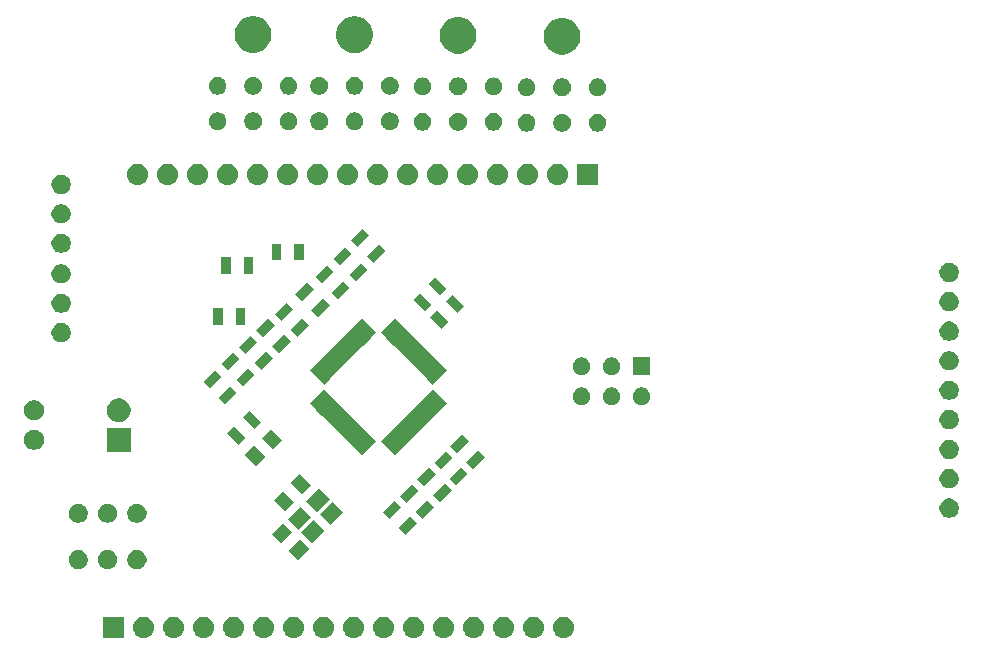
<source format=gts>
G04 #@! TF.GenerationSoftware,KiCad,Pcbnew,5.0.2-bee76a0~70~ubuntu18.04.1*
G04 #@! TF.CreationDate,2019-11-08T01:10:53-05:00*
G04 #@! TF.ProjectId,controllerBoard,636f6e74-726f-46c6-9c65-72426f617264,rev?*
G04 #@! TF.SameCoordinates,Original*
G04 #@! TF.FileFunction,Soldermask,Top*
G04 #@! TF.FilePolarity,Negative*
%FSLAX46Y46*%
G04 Gerber Fmt 4.6, Leading zero omitted, Abs format (unit mm)*
G04 Created by KiCad (PCBNEW 5.0.2-bee76a0~70~ubuntu18.04.1) date Fri 08 Nov 2019 01:10:53 AM EST*
%MOMM*%
%LPD*%
G01*
G04 APERTURE LIST*
%ADD10C,0.100000*%
G04 APERTURE END LIST*
D10*
G36*
X78723442Y-112770518D02*
X78789627Y-112777037D01*
X78902853Y-112811384D01*
X78959467Y-112828557D01*
X79098087Y-112902652D01*
X79115991Y-112912222D01*
X79151729Y-112941552D01*
X79253186Y-113024814D01*
X79336448Y-113126271D01*
X79365778Y-113162009D01*
X79365779Y-113162011D01*
X79449443Y-113318533D01*
X79449443Y-113318534D01*
X79500963Y-113488373D01*
X79518359Y-113665000D01*
X79500963Y-113841627D01*
X79466616Y-113954853D01*
X79449443Y-114011467D01*
X79375348Y-114150087D01*
X79365778Y-114167991D01*
X79336448Y-114203729D01*
X79253186Y-114305186D01*
X79151729Y-114388448D01*
X79115991Y-114417778D01*
X79115989Y-114417779D01*
X78959467Y-114501443D01*
X78902853Y-114518616D01*
X78789627Y-114552963D01*
X78723442Y-114559482D01*
X78657260Y-114566000D01*
X78568740Y-114566000D01*
X78502558Y-114559482D01*
X78436373Y-114552963D01*
X78323147Y-114518616D01*
X78266533Y-114501443D01*
X78110011Y-114417779D01*
X78110009Y-114417778D01*
X78074271Y-114388448D01*
X77972814Y-114305186D01*
X77889552Y-114203729D01*
X77860222Y-114167991D01*
X77850652Y-114150087D01*
X77776557Y-114011467D01*
X77759384Y-113954853D01*
X77725037Y-113841627D01*
X77707641Y-113665000D01*
X77725037Y-113488373D01*
X77776557Y-113318534D01*
X77776557Y-113318533D01*
X77860221Y-113162011D01*
X77860222Y-113162009D01*
X77889552Y-113126271D01*
X77972814Y-113024814D01*
X78074271Y-112941552D01*
X78110009Y-112912222D01*
X78127913Y-112902652D01*
X78266533Y-112828557D01*
X78323147Y-112811384D01*
X78436373Y-112777037D01*
X78502558Y-112770518D01*
X78568740Y-112764000D01*
X78657260Y-112764000D01*
X78723442Y-112770518D01*
X78723442Y-112770518D01*
G37*
G36*
X111743442Y-112770518D02*
X111809627Y-112777037D01*
X111922853Y-112811384D01*
X111979467Y-112828557D01*
X112118087Y-112902652D01*
X112135991Y-112912222D01*
X112171729Y-112941552D01*
X112273186Y-113024814D01*
X112356448Y-113126271D01*
X112385778Y-113162009D01*
X112385779Y-113162011D01*
X112469443Y-113318533D01*
X112469443Y-113318534D01*
X112520963Y-113488373D01*
X112538359Y-113665000D01*
X112520963Y-113841627D01*
X112486616Y-113954853D01*
X112469443Y-114011467D01*
X112395348Y-114150087D01*
X112385778Y-114167991D01*
X112356448Y-114203729D01*
X112273186Y-114305186D01*
X112171729Y-114388448D01*
X112135991Y-114417778D01*
X112135989Y-114417779D01*
X111979467Y-114501443D01*
X111922853Y-114518616D01*
X111809627Y-114552963D01*
X111743442Y-114559482D01*
X111677260Y-114566000D01*
X111588740Y-114566000D01*
X111522558Y-114559482D01*
X111456373Y-114552963D01*
X111343147Y-114518616D01*
X111286533Y-114501443D01*
X111130011Y-114417779D01*
X111130009Y-114417778D01*
X111094271Y-114388448D01*
X110992814Y-114305186D01*
X110909552Y-114203729D01*
X110880222Y-114167991D01*
X110870652Y-114150087D01*
X110796557Y-114011467D01*
X110779384Y-113954853D01*
X110745037Y-113841627D01*
X110727641Y-113665000D01*
X110745037Y-113488373D01*
X110796557Y-113318534D01*
X110796557Y-113318533D01*
X110880221Y-113162011D01*
X110880222Y-113162009D01*
X110909552Y-113126271D01*
X110992814Y-113024814D01*
X111094271Y-112941552D01*
X111130009Y-112912222D01*
X111147913Y-112902652D01*
X111286533Y-112828557D01*
X111343147Y-112811384D01*
X111456373Y-112777037D01*
X111522558Y-112770518D01*
X111588740Y-112764000D01*
X111677260Y-112764000D01*
X111743442Y-112770518D01*
X111743442Y-112770518D01*
G37*
G36*
X93963442Y-112770518D02*
X94029627Y-112777037D01*
X94142853Y-112811384D01*
X94199467Y-112828557D01*
X94338087Y-112902652D01*
X94355991Y-112912222D01*
X94391729Y-112941552D01*
X94493186Y-113024814D01*
X94576448Y-113126271D01*
X94605778Y-113162009D01*
X94605779Y-113162011D01*
X94689443Y-113318533D01*
X94689443Y-113318534D01*
X94740963Y-113488373D01*
X94758359Y-113665000D01*
X94740963Y-113841627D01*
X94706616Y-113954853D01*
X94689443Y-114011467D01*
X94615348Y-114150087D01*
X94605778Y-114167991D01*
X94576448Y-114203729D01*
X94493186Y-114305186D01*
X94391729Y-114388448D01*
X94355991Y-114417778D01*
X94355989Y-114417779D01*
X94199467Y-114501443D01*
X94142853Y-114518616D01*
X94029627Y-114552963D01*
X93963442Y-114559482D01*
X93897260Y-114566000D01*
X93808740Y-114566000D01*
X93742558Y-114559482D01*
X93676373Y-114552963D01*
X93563147Y-114518616D01*
X93506533Y-114501443D01*
X93350011Y-114417779D01*
X93350009Y-114417778D01*
X93314271Y-114388448D01*
X93212814Y-114305186D01*
X93129552Y-114203729D01*
X93100222Y-114167991D01*
X93090652Y-114150087D01*
X93016557Y-114011467D01*
X92999384Y-113954853D01*
X92965037Y-113841627D01*
X92947641Y-113665000D01*
X92965037Y-113488373D01*
X93016557Y-113318534D01*
X93016557Y-113318533D01*
X93100221Y-113162011D01*
X93100222Y-113162009D01*
X93129552Y-113126271D01*
X93212814Y-113024814D01*
X93314271Y-112941552D01*
X93350009Y-112912222D01*
X93367913Y-112902652D01*
X93506533Y-112828557D01*
X93563147Y-112811384D01*
X93676373Y-112777037D01*
X93742558Y-112770518D01*
X93808740Y-112764000D01*
X93897260Y-112764000D01*
X93963442Y-112770518D01*
X93963442Y-112770518D01*
G37*
G36*
X96503442Y-112770518D02*
X96569627Y-112777037D01*
X96682853Y-112811384D01*
X96739467Y-112828557D01*
X96878087Y-112902652D01*
X96895991Y-112912222D01*
X96931729Y-112941552D01*
X97033186Y-113024814D01*
X97116448Y-113126271D01*
X97145778Y-113162009D01*
X97145779Y-113162011D01*
X97229443Y-113318533D01*
X97229443Y-113318534D01*
X97280963Y-113488373D01*
X97298359Y-113665000D01*
X97280963Y-113841627D01*
X97246616Y-113954853D01*
X97229443Y-114011467D01*
X97155348Y-114150087D01*
X97145778Y-114167991D01*
X97116448Y-114203729D01*
X97033186Y-114305186D01*
X96931729Y-114388448D01*
X96895991Y-114417778D01*
X96895989Y-114417779D01*
X96739467Y-114501443D01*
X96682853Y-114518616D01*
X96569627Y-114552963D01*
X96503442Y-114559482D01*
X96437260Y-114566000D01*
X96348740Y-114566000D01*
X96282558Y-114559482D01*
X96216373Y-114552963D01*
X96103147Y-114518616D01*
X96046533Y-114501443D01*
X95890011Y-114417779D01*
X95890009Y-114417778D01*
X95854271Y-114388448D01*
X95752814Y-114305186D01*
X95669552Y-114203729D01*
X95640222Y-114167991D01*
X95630652Y-114150087D01*
X95556557Y-114011467D01*
X95539384Y-113954853D01*
X95505037Y-113841627D01*
X95487641Y-113665000D01*
X95505037Y-113488373D01*
X95556557Y-113318534D01*
X95556557Y-113318533D01*
X95640221Y-113162011D01*
X95640222Y-113162009D01*
X95669552Y-113126271D01*
X95752814Y-113024814D01*
X95854271Y-112941552D01*
X95890009Y-112912222D01*
X95907913Y-112902652D01*
X96046533Y-112828557D01*
X96103147Y-112811384D01*
X96216373Y-112777037D01*
X96282558Y-112770518D01*
X96348740Y-112764000D01*
X96437260Y-112764000D01*
X96503442Y-112770518D01*
X96503442Y-112770518D01*
G37*
G36*
X99043442Y-112770518D02*
X99109627Y-112777037D01*
X99222853Y-112811384D01*
X99279467Y-112828557D01*
X99418087Y-112902652D01*
X99435991Y-112912222D01*
X99471729Y-112941552D01*
X99573186Y-113024814D01*
X99656448Y-113126271D01*
X99685778Y-113162009D01*
X99685779Y-113162011D01*
X99769443Y-113318533D01*
X99769443Y-113318534D01*
X99820963Y-113488373D01*
X99838359Y-113665000D01*
X99820963Y-113841627D01*
X99786616Y-113954853D01*
X99769443Y-114011467D01*
X99695348Y-114150087D01*
X99685778Y-114167991D01*
X99656448Y-114203729D01*
X99573186Y-114305186D01*
X99471729Y-114388448D01*
X99435991Y-114417778D01*
X99435989Y-114417779D01*
X99279467Y-114501443D01*
X99222853Y-114518616D01*
X99109627Y-114552963D01*
X99043442Y-114559482D01*
X98977260Y-114566000D01*
X98888740Y-114566000D01*
X98822558Y-114559482D01*
X98756373Y-114552963D01*
X98643147Y-114518616D01*
X98586533Y-114501443D01*
X98430011Y-114417779D01*
X98430009Y-114417778D01*
X98394271Y-114388448D01*
X98292814Y-114305186D01*
X98209552Y-114203729D01*
X98180222Y-114167991D01*
X98170652Y-114150087D01*
X98096557Y-114011467D01*
X98079384Y-113954853D01*
X98045037Y-113841627D01*
X98027641Y-113665000D01*
X98045037Y-113488373D01*
X98096557Y-113318534D01*
X98096557Y-113318533D01*
X98180221Y-113162011D01*
X98180222Y-113162009D01*
X98209552Y-113126271D01*
X98292814Y-113024814D01*
X98394271Y-112941552D01*
X98430009Y-112912222D01*
X98447913Y-112902652D01*
X98586533Y-112828557D01*
X98643147Y-112811384D01*
X98756373Y-112777037D01*
X98822558Y-112770518D01*
X98888740Y-112764000D01*
X98977260Y-112764000D01*
X99043442Y-112770518D01*
X99043442Y-112770518D01*
G37*
G36*
X101583442Y-112770518D02*
X101649627Y-112777037D01*
X101762853Y-112811384D01*
X101819467Y-112828557D01*
X101958087Y-112902652D01*
X101975991Y-112912222D01*
X102011729Y-112941552D01*
X102113186Y-113024814D01*
X102196448Y-113126271D01*
X102225778Y-113162009D01*
X102225779Y-113162011D01*
X102309443Y-113318533D01*
X102309443Y-113318534D01*
X102360963Y-113488373D01*
X102378359Y-113665000D01*
X102360963Y-113841627D01*
X102326616Y-113954853D01*
X102309443Y-114011467D01*
X102235348Y-114150087D01*
X102225778Y-114167991D01*
X102196448Y-114203729D01*
X102113186Y-114305186D01*
X102011729Y-114388448D01*
X101975991Y-114417778D01*
X101975989Y-114417779D01*
X101819467Y-114501443D01*
X101762853Y-114518616D01*
X101649627Y-114552963D01*
X101583442Y-114559482D01*
X101517260Y-114566000D01*
X101428740Y-114566000D01*
X101362558Y-114559482D01*
X101296373Y-114552963D01*
X101183147Y-114518616D01*
X101126533Y-114501443D01*
X100970011Y-114417779D01*
X100970009Y-114417778D01*
X100934271Y-114388448D01*
X100832814Y-114305186D01*
X100749552Y-114203729D01*
X100720222Y-114167991D01*
X100710652Y-114150087D01*
X100636557Y-114011467D01*
X100619384Y-113954853D01*
X100585037Y-113841627D01*
X100567641Y-113665000D01*
X100585037Y-113488373D01*
X100636557Y-113318534D01*
X100636557Y-113318533D01*
X100720221Y-113162011D01*
X100720222Y-113162009D01*
X100749552Y-113126271D01*
X100832814Y-113024814D01*
X100934271Y-112941552D01*
X100970009Y-112912222D01*
X100987913Y-112902652D01*
X101126533Y-112828557D01*
X101183147Y-112811384D01*
X101296373Y-112777037D01*
X101362558Y-112770518D01*
X101428740Y-112764000D01*
X101517260Y-112764000D01*
X101583442Y-112770518D01*
X101583442Y-112770518D01*
G37*
G36*
X104123442Y-112770518D02*
X104189627Y-112777037D01*
X104302853Y-112811384D01*
X104359467Y-112828557D01*
X104498087Y-112902652D01*
X104515991Y-112912222D01*
X104551729Y-112941552D01*
X104653186Y-113024814D01*
X104736448Y-113126271D01*
X104765778Y-113162009D01*
X104765779Y-113162011D01*
X104849443Y-113318533D01*
X104849443Y-113318534D01*
X104900963Y-113488373D01*
X104918359Y-113665000D01*
X104900963Y-113841627D01*
X104866616Y-113954853D01*
X104849443Y-114011467D01*
X104775348Y-114150087D01*
X104765778Y-114167991D01*
X104736448Y-114203729D01*
X104653186Y-114305186D01*
X104551729Y-114388448D01*
X104515991Y-114417778D01*
X104515989Y-114417779D01*
X104359467Y-114501443D01*
X104302853Y-114518616D01*
X104189627Y-114552963D01*
X104123442Y-114559482D01*
X104057260Y-114566000D01*
X103968740Y-114566000D01*
X103902558Y-114559482D01*
X103836373Y-114552963D01*
X103723147Y-114518616D01*
X103666533Y-114501443D01*
X103510011Y-114417779D01*
X103510009Y-114417778D01*
X103474271Y-114388448D01*
X103372814Y-114305186D01*
X103289552Y-114203729D01*
X103260222Y-114167991D01*
X103250652Y-114150087D01*
X103176557Y-114011467D01*
X103159384Y-113954853D01*
X103125037Y-113841627D01*
X103107641Y-113665000D01*
X103125037Y-113488373D01*
X103176557Y-113318534D01*
X103176557Y-113318533D01*
X103260221Y-113162011D01*
X103260222Y-113162009D01*
X103289552Y-113126271D01*
X103372814Y-113024814D01*
X103474271Y-112941552D01*
X103510009Y-112912222D01*
X103527913Y-112902652D01*
X103666533Y-112828557D01*
X103723147Y-112811384D01*
X103836373Y-112777037D01*
X103902558Y-112770518D01*
X103968740Y-112764000D01*
X104057260Y-112764000D01*
X104123442Y-112770518D01*
X104123442Y-112770518D01*
G37*
G36*
X106663442Y-112770518D02*
X106729627Y-112777037D01*
X106842853Y-112811384D01*
X106899467Y-112828557D01*
X107038087Y-112902652D01*
X107055991Y-112912222D01*
X107091729Y-112941552D01*
X107193186Y-113024814D01*
X107276448Y-113126271D01*
X107305778Y-113162009D01*
X107305779Y-113162011D01*
X107389443Y-113318533D01*
X107389443Y-113318534D01*
X107440963Y-113488373D01*
X107458359Y-113665000D01*
X107440963Y-113841627D01*
X107406616Y-113954853D01*
X107389443Y-114011467D01*
X107315348Y-114150087D01*
X107305778Y-114167991D01*
X107276448Y-114203729D01*
X107193186Y-114305186D01*
X107091729Y-114388448D01*
X107055991Y-114417778D01*
X107055989Y-114417779D01*
X106899467Y-114501443D01*
X106842853Y-114518616D01*
X106729627Y-114552963D01*
X106663442Y-114559482D01*
X106597260Y-114566000D01*
X106508740Y-114566000D01*
X106442558Y-114559482D01*
X106376373Y-114552963D01*
X106263147Y-114518616D01*
X106206533Y-114501443D01*
X106050011Y-114417779D01*
X106050009Y-114417778D01*
X106014271Y-114388448D01*
X105912814Y-114305186D01*
X105829552Y-114203729D01*
X105800222Y-114167991D01*
X105790652Y-114150087D01*
X105716557Y-114011467D01*
X105699384Y-113954853D01*
X105665037Y-113841627D01*
X105647641Y-113665000D01*
X105665037Y-113488373D01*
X105716557Y-113318534D01*
X105716557Y-113318533D01*
X105800221Y-113162011D01*
X105800222Y-113162009D01*
X105829552Y-113126271D01*
X105912814Y-113024814D01*
X106014271Y-112941552D01*
X106050009Y-112912222D01*
X106067913Y-112902652D01*
X106206533Y-112828557D01*
X106263147Y-112811384D01*
X106376373Y-112777037D01*
X106442558Y-112770518D01*
X106508740Y-112764000D01*
X106597260Y-112764000D01*
X106663442Y-112770518D01*
X106663442Y-112770518D01*
G37*
G36*
X109203442Y-112770518D02*
X109269627Y-112777037D01*
X109382853Y-112811384D01*
X109439467Y-112828557D01*
X109578087Y-112902652D01*
X109595991Y-112912222D01*
X109631729Y-112941552D01*
X109733186Y-113024814D01*
X109816448Y-113126271D01*
X109845778Y-113162009D01*
X109845779Y-113162011D01*
X109929443Y-113318533D01*
X109929443Y-113318534D01*
X109980963Y-113488373D01*
X109998359Y-113665000D01*
X109980963Y-113841627D01*
X109946616Y-113954853D01*
X109929443Y-114011467D01*
X109855348Y-114150087D01*
X109845778Y-114167991D01*
X109816448Y-114203729D01*
X109733186Y-114305186D01*
X109631729Y-114388448D01*
X109595991Y-114417778D01*
X109595989Y-114417779D01*
X109439467Y-114501443D01*
X109382853Y-114518616D01*
X109269627Y-114552963D01*
X109203442Y-114559482D01*
X109137260Y-114566000D01*
X109048740Y-114566000D01*
X108982558Y-114559482D01*
X108916373Y-114552963D01*
X108803147Y-114518616D01*
X108746533Y-114501443D01*
X108590011Y-114417779D01*
X108590009Y-114417778D01*
X108554271Y-114388448D01*
X108452814Y-114305186D01*
X108369552Y-114203729D01*
X108340222Y-114167991D01*
X108330652Y-114150087D01*
X108256557Y-114011467D01*
X108239384Y-113954853D01*
X108205037Y-113841627D01*
X108187641Y-113665000D01*
X108205037Y-113488373D01*
X108256557Y-113318534D01*
X108256557Y-113318533D01*
X108340221Y-113162011D01*
X108340222Y-113162009D01*
X108369552Y-113126271D01*
X108452814Y-113024814D01*
X108554271Y-112941552D01*
X108590009Y-112912222D01*
X108607913Y-112902652D01*
X108746533Y-112828557D01*
X108803147Y-112811384D01*
X108916373Y-112777037D01*
X108982558Y-112770518D01*
X109048740Y-112764000D01*
X109137260Y-112764000D01*
X109203442Y-112770518D01*
X109203442Y-112770518D01*
G37*
G36*
X91423442Y-112770518D02*
X91489627Y-112777037D01*
X91602853Y-112811384D01*
X91659467Y-112828557D01*
X91798087Y-112902652D01*
X91815991Y-112912222D01*
X91851729Y-112941552D01*
X91953186Y-113024814D01*
X92036448Y-113126271D01*
X92065778Y-113162009D01*
X92065779Y-113162011D01*
X92149443Y-113318533D01*
X92149443Y-113318534D01*
X92200963Y-113488373D01*
X92218359Y-113665000D01*
X92200963Y-113841627D01*
X92166616Y-113954853D01*
X92149443Y-114011467D01*
X92075348Y-114150087D01*
X92065778Y-114167991D01*
X92036448Y-114203729D01*
X91953186Y-114305186D01*
X91851729Y-114388448D01*
X91815991Y-114417778D01*
X91815989Y-114417779D01*
X91659467Y-114501443D01*
X91602853Y-114518616D01*
X91489627Y-114552963D01*
X91423442Y-114559482D01*
X91357260Y-114566000D01*
X91268740Y-114566000D01*
X91202558Y-114559482D01*
X91136373Y-114552963D01*
X91023147Y-114518616D01*
X90966533Y-114501443D01*
X90810011Y-114417779D01*
X90810009Y-114417778D01*
X90774271Y-114388448D01*
X90672814Y-114305186D01*
X90589552Y-114203729D01*
X90560222Y-114167991D01*
X90550652Y-114150087D01*
X90476557Y-114011467D01*
X90459384Y-113954853D01*
X90425037Y-113841627D01*
X90407641Y-113665000D01*
X90425037Y-113488373D01*
X90476557Y-113318534D01*
X90476557Y-113318533D01*
X90560221Y-113162011D01*
X90560222Y-113162009D01*
X90589552Y-113126271D01*
X90672814Y-113024814D01*
X90774271Y-112941552D01*
X90810009Y-112912222D01*
X90827913Y-112902652D01*
X90966533Y-112828557D01*
X91023147Y-112811384D01*
X91136373Y-112777037D01*
X91202558Y-112770518D01*
X91268740Y-112764000D01*
X91357260Y-112764000D01*
X91423442Y-112770518D01*
X91423442Y-112770518D01*
G37*
G36*
X88883442Y-112770518D02*
X88949627Y-112777037D01*
X89062853Y-112811384D01*
X89119467Y-112828557D01*
X89258087Y-112902652D01*
X89275991Y-112912222D01*
X89311729Y-112941552D01*
X89413186Y-113024814D01*
X89496448Y-113126271D01*
X89525778Y-113162009D01*
X89525779Y-113162011D01*
X89609443Y-113318533D01*
X89609443Y-113318534D01*
X89660963Y-113488373D01*
X89678359Y-113665000D01*
X89660963Y-113841627D01*
X89626616Y-113954853D01*
X89609443Y-114011467D01*
X89535348Y-114150087D01*
X89525778Y-114167991D01*
X89496448Y-114203729D01*
X89413186Y-114305186D01*
X89311729Y-114388448D01*
X89275991Y-114417778D01*
X89275989Y-114417779D01*
X89119467Y-114501443D01*
X89062853Y-114518616D01*
X88949627Y-114552963D01*
X88883442Y-114559482D01*
X88817260Y-114566000D01*
X88728740Y-114566000D01*
X88662558Y-114559482D01*
X88596373Y-114552963D01*
X88483147Y-114518616D01*
X88426533Y-114501443D01*
X88270011Y-114417779D01*
X88270009Y-114417778D01*
X88234271Y-114388448D01*
X88132814Y-114305186D01*
X88049552Y-114203729D01*
X88020222Y-114167991D01*
X88010652Y-114150087D01*
X87936557Y-114011467D01*
X87919384Y-113954853D01*
X87885037Y-113841627D01*
X87867641Y-113665000D01*
X87885037Y-113488373D01*
X87936557Y-113318534D01*
X87936557Y-113318533D01*
X88020221Y-113162011D01*
X88020222Y-113162009D01*
X88049552Y-113126271D01*
X88132814Y-113024814D01*
X88234271Y-112941552D01*
X88270009Y-112912222D01*
X88287913Y-112902652D01*
X88426533Y-112828557D01*
X88483147Y-112811384D01*
X88596373Y-112777037D01*
X88662558Y-112770518D01*
X88728740Y-112764000D01*
X88817260Y-112764000D01*
X88883442Y-112770518D01*
X88883442Y-112770518D01*
G37*
G36*
X114283442Y-112770518D02*
X114349627Y-112777037D01*
X114462853Y-112811384D01*
X114519467Y-112828557D01*
X114658087Y-112902652D01*
X114675991Y-112912222D01*
X114711729Y-112941552D01*
X114813186Y-113024814D01*
X114896448Y-113126271D01*
X114925778Y-113162009D01*
X114925779Y-113162011D01*
X115009443Y-113318533D01*
X115009443Y-113318534D01*
X115060963Y-113488373D01*
X115078359Y-113665000D01*
X115060963Y-113841627D01*
X115026616Y-113954853D01*
X115009443Y-114011467D01*
X114935348Y-114150087D01*
X114925778Y-114167991D01*
X114896448Y-114203729D01*
X114813186Y-114305186D01*
X114711729Y-114388448D01*
X114675991Y-114417778D01*
X114675989Y-114417779D01*
X114519467Y-114501443D01*
X114462853Y-114518616D01*
X114349627Y-114552963D01*
X114283442Y-114559482D01*
X114217260Y-114566000D01*
X114128740Y-114566000D01*
X114062558Y-114559482D01*
X113996373Y-114552963D01*
X113883147Y-114518616D01*
X113826533Y-114501443D01*
X113670011Y-114417779D01*
X113670009Y-114417778D01*
X113634271Y-114388448D01*
X113532814Y-114305186D01*
X113449552Y-114203729D01*
X113420222Y-114167991D01*
X113410652Y-114150087D01*
X113336557Y-114011467D01*
X113319384Y-113954853D01*
X113285037Y-113841627D01*
X113267641Y-113665000D01*
X113285037Y-113488373D01*
X113336557Y-113318534D01*
X113336557Y-113318533D01*
X113420221Y-113162011D01*
X113420222Y-113162009D01*
X113449552Y-113126271D01*
X113532814Y-113024814D01*
X113634271Y-112941552D01*
X113670009Y-112912222D01*
X113687913Y-112902652D01*
X113826533Y-112828557D01*
X113883147Y-112811384D01*
X113996373Y-112777037D01*
X114062558Y-112770518D01*
X114128740Y-112764000D01*
X114217260Y-112764000D01*
X114283442Y-112770518D01*
X114283442Y-112770518D01*
G37*
G36*
X86343442Y-112770518D02*
X86409627Y-112777037D01*
X86522853Y-112811384D01*
X86579467Y-112828557D01*
X86718087Y-112902652D01*
X86735991Y-112912222D01*
X86771729Y-112941552D01*
X86873186Y-113024814D01*
X86956448Y-113126271D01*
X86985778Y-113162009D01*
X86985779Y-113162011D01*
X87069443Y-113318533D01*
X87069443Y-113318534D01*
X87120963Y-113488373D01*
X87138359Y-113665000D01*
X87120963Y-113841627D01*
X87086616Y-113954853D01*
X87069443Y-114011467D01*
X86995348Y-114150087D01*
X86985778Y-114167991D01*
X86956448Y-114203729D01*
X86873186Y-114305186D01*
X86771729Y-114388448D01*
X86735991Y-114417778D01*
X86735989Y-114417779D01*
X86579467Y-114501443D01*
X86522853Y-114518616D01*
X86409627Y-114552963D01*
X86343442Y-114559482D01*
X86277260Y-114566000D01*
X86188740Y-114566000D01*
X86122558Y-114559482D01*
X86056373Y-114552963D01*
X85943147Y-114518616D01*
X85886533Y-114501443D01*
X85730011Y-114417779D01*
X85730009Y-114417778D01*
X85694271Y-114388448D01*
X85592814Y-114305186D01*
X85509552Y-114203729D01*
X85480222Y-114167991D01*
X85470652Y-114150087D01*
X85396557Y-114011467D01*
X85379384Y-113954853D01*
X85345037Y-113841627D01*
X85327641Y-113665000D01*
X85345037Y-113488373D01*
X85396557Y-113318534D01*
X85396557Y-113318533D01*
X85480221Y-113162011D01*
X85480222Y-113162009D01*
X85509552Y-113126271D01*
X85592814Y-113024814D01*
X85694271Y-112941552D01*
X85730009Y-112912222D01*
X85747913Y-112902652D01*
X85886533Y-112828557D01*
X85943147Y-112811384D01*
X86056373Y-112777037D01*
X86122558Y-112770518D01*
X86188740Y-112764000D01*
X86277260Y-112764000D01*
X86343442Y-112770518D01*
X86343442Y-112770518D01*
G37*
G36*
X83803442Y-112770518D02*
X83869627Y-112777037D01*
X83982853Y-112811384D01*
X84039467Y-112828557D01*
X84178087Y-112902652D01*
X84195991Y-112912222D01*
X84231729Y-112941552D01*
X84333186Y-113024814D01*
X84416448Y-113126271D01*
X84445778Y-113162009D01*
X84445779Y-113162011D01*
X84529443Y-113318533D01*
X84529443Y-113318534D01*
X84580963Y-113488373D01*
X84598359Y-113665000D01*
X84580963Y-113841627D01*
X84546616Y-113954853D01*
X84529443Y-114011467D01*
X84455348Y-114150087D01*
X84445778Y-114167991D01*
X84416448Y-114203729D01*
X84333186Y-114305186D01*
X84231729Y-114388448D01*
X84195991Y-114417778D01*
X84195989Y-114417779D01*
X84039467Y-114501443D01*
X83982853Y-114518616D01*
X83869627Y-114552963D01*
X83803442Y-114559482D01*
X83737260Y-114566000D01*
X83648740Y-114566000D01*
X83582558Y-114559482D01*
X83516373Y-114552963D01*
X83403147Y-114518616D01*
X83346533Y-114501443D01*
X83190011Y-114417779D01*
X83190009Y-114417778D01*
X83154271Y-114388448D01*
X83052814Y-114305186D01*
X82969552Y-114203729D01*
X82940222Y-114167991D01*
X82930652Y-114150087D01*
X82856557Y-114011467D01*
X82839384Y-113954853D01*
X82805037Y-113841627D01*
X82787641Y-113665000D01*
X82805037Y-113488373D01*
X82856557Y-113318534D01*
X82856557Y-113318533D01*
X82940221Y-113162011D01*
X82940222Y-113162009D01*
X82969552Y-113126271D01*
X83052814Y-113024814D01*
X83154271Y-112941552D01*
X83190009Y-112912222D01*
X83207913Y-112902652D01*
X83346533Y-112828557D01*
X83403147Y-112811384D01*
X83516373Y-112777037D01*
X83582558Y-112770518D01*
X83648740Y-112764000D01*
X83737260Y-112764000D01*
X83803442Y-112770518D01*
X83803442Y-112770518D01*
G37*
G36*
X81263442Y-112770518D02*
X81329627Y-112777037D01*
X81442853Y-112811384D01*
X81499467Y-112828557D01*
X81638087Y-112902652D01*
X81655991Y-112912222D01*
X81691729Y-112941552D01*
X81793186Y-113024814D01*
X81876448Y-113126271D01*
X81905778Y-113162009D01*
X81905779Y-113162011D01*
X81989443Y-113318533D01*
X81989443Y-113318534D01*
X82040963Y-113488373D01*
X82058359Y-113665000D01*
X82040963Y-113841627D01*
X82006616Y-113954853D01*
X81989443Y-114011467D01*
X81915348Y-114150087D01*
X81905778Y-114167991D01*
X81876448Y-114203729D01*
X81793186Y-114305186D01*
X81691729Y-114388448D01*
X81655991Y-114417778D01*
X81655989Y-114417779D01*
X81499467Y-114501443D01*
X81442853Y-114518616D01*
X81329627Y-114552963D01*
X81263442Y-114559482D01*
X81197260Y-114566000D01*
X81108740Y-114566000D01*
X81042558Y-114559482D01*
X80976373Y-114552963D01*
X80863147Y-114518616D01*
X80806533Y-114501443D01*
X80650011Y-114417779D01*
X80650009Y-114417778D01*
X80614271Y-114388448D01*
X80512814Y-114305186D01*
X80429552Y-114203729D01*
X80400222Y-114167991D01*
X80390652Y-114150087D01*
X80316557Y-114011467D01*
X80299384Y-113954853D01*
X80265037Y-113841627D01*
X80247641Y-113665000D01*
X80265037Y-113488373D01*
X80316557Y-113318534D01*
X80316557Y-113318533D01*
X80400221Y-113162011D01*
X80400222Y-113162009D01*
X80429552Y-113126271D01*
X80512814Y-113024814D01*
X80614271Y-112941552D01*
X80650009Y-112912222D01*
X80667913Y-112902652D01*
X80806533Y-112828557D01*
X80863147Y-112811384D01*
X80976373Y-112777037D01*
X81042558Y-112770518D01*
X81108740Y-112764000D01*
X81197260Y-112764000D01*
X81263442Y-112770518D01*
X81263442Y-112770518D01*
G37*
G36*
X76974000Y-114566000D02*
X75172000Y-114566000D01*
X75172000Y-112764000D01*
X76974000Y-112764000D01*
X76974000Y-114566000D01*
X76974000Y-114566000D01*
G37*
G36*
X78291342Y-107168242D02*
X78439302Y-107229530D01*
X78572458Y-107318502D01*
X78685698Y-107431742D01*
X78774670Y-107564898D01*
X78835958Y-107712858D01*
X78867200Y-107869925D01*
X78867200Y-108030075D01*
X78835958Y-108187142D01*
X78774670Y-108335102D01*
X78685698Y-108468258D01*
X78572458Y-108581498D01*
X78439302Y-108670470D01*
X78291342Y-108731758D01*
X78134275Y-108763000D01*
X77974125Y-108763000D01*
X77817058Y-108731758D01*
X77669098Y-108670470D01*
X77535942Y-108581498D01*
X77422702Y-108468258D01*
X77333730Y-108335102D01*
X77272442Y-108187142D01*
X77241200Y-108030075D01*
X77241200Y-107869925D01*
X77272442Y-107712858D01*
X77333730Y-107564898D01*
X77422702Y-107431742D01*
X77535942Y-107318502D01*
X77669098Y-107229530D01*
X77817058Y-107168242D01*
X77974125Y-107137000D01*
X78134275Y-107137000D01*
X78291342Y-107168242D01*
X78291342Y-107168242D01*
G37*
G36*
X73312942Y-107168242D02*
X73460902Y-107229530D01*
X73594058Y-107318502D01*
X73707298Y-107431742D01*
X73796270Y-107564898D01*
X73857558Y-107712858D01*
X73888800Y-107869925D01*
X73888800Y-108030075D01*
X73857558Y-108187142D01*
X73796270Y-108335102D01*
X73707298Y-108468258D01*
X73594058Y-108581498D01*
X73460902Y-108670470D01*
X73312942Y-108731758D01*
X73155875Y-108763000D01*
X72995725Y-108763000D01*
X72838658Y-108731758D01*
X72690698Y-108670470D01*
X72557542Y-108581498D01*
X72444302Y-108468258D01*
X72355330Y-108335102D01*
X72294042Y-108187142D01*
X72262800Y-108030075D01*
X72262800Y-107869925D01*
X72294042Y-107712858D01*
X72355330Y-107564898D01*
X72444302Y-107431742D01*
X72557542Y-107318502D01*
X72690698Y-107229530D01*
X72838658Y-107168242D01*
X72995725Y-107137000D01*
X73155875Y-107137000D01*
X73312942Y-107168242D01*
X73312942Y-107168242D01*
G37*
G36*
X75802142Y-107168242D02*
X75950102Y-107229530D01*
X76083258Y-107318502D01*
X76196498Y-107431742D01*
X76285470Y-107564898D01*
X76346758Y-107712858D01*
X76378000Y-107869925D01*
X76378000Y-108030075D01*
X76346758Y-108187142D01*
X76285470Y-108335102D01*
X76196498Y-108468258D01*
X76083258Y-108581498D01*
X75950102Y-108670470D01*
X75802142Y-108731758D01*
X75645075Y-108763000D01*
X75484925Y-108763000D01*
X75327858Y-108731758D01*
X75179898Y-108670470D01*
X75046742Y-108581498D01*
X74933502Y-108468258D01*
X74844530Y-108335102D01*
X74783242Y-108187142D01*
X74752000Y-108030075D01*
X74752000Y-107869925D01*
X74783242Y-107712858D01*
X74844530Y-107564898D01*
X74933502Y-107431742D01*
X75046742Y-107318502D01*
X75179898Y-107229530D01*
X75327858Y-107168242D01*
X75484925Y-107137000D01*
X75645075Y-107137000D01*
X75802142Y-107168242D01*
X75802142Y-107168242D01*
G37*
G36*
X92604461Y-107003329D02*
X91648452Y-107959338D01*
X90869219Y-107180105D01*
X91825228Y-106224096D01*
X92604461Y-107003329D01*
X92604461Y-107003329D01*
G37*
G36*
X93964227Y-105502141D02*
X92902152Y-106564216D01*
X91981499Y-105643563D01*
X93043574Y-104581488D01*
X93964227Y-105502141D01*
X93964227Y-105502141D01*
G37*
G36*
X91190247Y-105589115D02*
X90234238Y-106545124D01*
X89455005Y-105765891D01*
X90411014Y-104809882D01*
X91190247Y-105589115D01*
X91190247Y-105589115D01*
G37*
G36*
X101780983Y-104853619D02*
X100789619Y-105844983D01*
X100222519Y-105277883D01*
X101213883Y-104286519D01*
X101780983Y-104853619D01*
X101780983Y-104853619D01*
G37*
G36*
X92832856Y-104370770D02*
X91770781Y-105432845D01*
X90850128Y-104512192D01*
X91912203Y-103450117D01*
X92832856Y-104370770D01*
X92832856Y-104370770D01*
G37*
G36*
X95519862Y-103946506D02*
X94457787Y-105008581D01*
X93537134Y-104087928D01*
X94599209Y-103025853D01*
X95519862Y-103946506D01*
X95519862Y-103946506D01*
G37*
G36*
X78291342Y-103231242D02*
X78439302Y-103292530D01*
X78506330Y-103337317D01*
X78572457Y-103381501D01*
X78685699Y-103494743D01*
X78729883Y-103560870D01*
X78774670Y-103627898D01*
X78835958Y-103775858D01*
X78867200Y-103932925D01*
X78867200Y-104093075D01*
X78835958Y-104250142D01*
X78789228Y-104362957D01*
X78774671Y-104398100D01*
X78698438Y-104512192D01*
X78685698Y-104531258D01*
X78572458Y-104644498D01*
X78439302Y-104733470D01*
X78291342Y-104794758D01*
X78134275Y-104826000D01*
X77974125Y-104826000D01*
X77817058Y-104794758D01*
X77669098Y-104733470D01*
X77535942Y-104644498D01*
X77422702Y-104531258D01*
X77409963Y-104512192D01*
X77333729Y-104398100D01*
X77319172Y-104362957D01*
X77272442Y-104250142D01*
X77241200Y-104093075D01*
X77241200Y-103932925D01*
X77272442Y-103775858D01*
X77333730Y-103627898D01*
X77378517Y-103560870D01*
X77422701Y-103494743D01*
X77535943Y-103381501D01*
X77602070Y-103337317D01*
X77669098Y-103292530D01*
X77817058Y-103231242D01*
X77974125Y-103200000D01*
X78134275Y-103200000D01*
X78291342Y-103231242D01*
X78291342Y-103231242D01*
G37*
G36*
X75802142Y-103231242D02*
X75950102Y-103292530D01*
X76017130Y-103337317D01*
X76083257Y-103381501D01*
X76196499Y-103494743D01*
X76240683Y-103560870D01*
X76285470Y-103627898D01*
X76346758Y-103775858D01*
X76378000Y-103932925D01*
X76378000Y-104093075D01*
X76346758Y-104250142D01*
X76300028Y-104362957D01*
X76285471Y-104398100D01*
X76209238Y-104512192D01*
X76196498Y-104531258D01*
X76083258Y-104644498D01*
X75950102Y-104733470D01*
X75802142Y-104794758D01*
X75645075Y-104826000D01*
X75484925Y-104826000D01*
X75327858Y-104794758D01*
X75179898Y-104733470D01*
X75046742Y-104644498D01*
X74933502Y-104531258D01*
X74920763Y-104512192D01*
X74844529Y-104398100D01*
X74829972Y-104362957D01*
X74783242Y-104250142D01*
X74752000Y-104093075D01*
X74752000Y-103932925D01*
X74783242Y-103775858D01*
X74844530Y-103627898D01*
X74889317Y-103560870D01*
X74933501Y-103494743D01*
X75046743Y-103381501D01*
X75112870Y-103337317D01*
X75179898Y-103292530D01*
X75327858Y-103231242D01*
X75484925Y-103200000D01*
X75645075Y-103200000D01*
X75802142Y-103231242D01*
X75802142Y-103231242D01*
G37*
G36*
X73312942Y-103231242D02*
X73460902Y-103292530D01*
X73527930Y-103337317D01*
X73594057Y-103381501D01*
X73707299Y-103494743D01*
X73751483Y-103560870D01*
X73796270Y-103627898D01*
X73857558Y-103775858D01*
X73888800Y-103932925D01*
X73888800Y-104093075D01*
X73857558Y-104250142D01*
X73810828Y-104362957D01*
X73796271Y-104398100D01*
X73720038Y-104512192D01*
X73707298Y-104531258D01*
X73594058Y-104644498D01*
X73460902Y-104733470D01*
X73312942Y-104794758D01*
X73155875Y-104826000D01*
X72995725Y-104826000D01*
X72838658Y-104794758D01*
X72690698Y-104733470D01*
X72557542Y-104644498D01*
X72444302Y-104531258D01*
X72431563Y-104512192D01*
X72355329Y-104398100D01*
X72340772Y-104362957D01*
X72294042Y-104250142D01*
X72262800Y-104093075D01*
X72262800Y-103932925D01*
X72294042Y-103775858D01*
X72355330Y-103627898D01*
X72400117Y-103560870D01*
X72444301Y-103494743D01*
X72557543Y-103381501D01*
X72623670Y-103337317D01*
X72690698Y-103292530D01*
X72838658Y-103231242D01*
X72995725Y-103200000D01*
X73155875Y-103200000D01*
X73312942Y-103231242D01*
X73312942Y-103231242D01*
G37*
G36*
X100437481Y-103510117D02*
X99446117Y-104501481D01*
X98879017Y-103934381D01*
X99870381Y-102943017D01*
X100437481Y-103510117D01*
X100437481Y-103510117D01*
G37*
G36*
X103214734Y-103493370D02*
X102223370Y-104484734D01*
X101656270Y-103917634D01*
X102647634Y-102926270D01*
X103214734Y-103493370D01*
X103214734Y-103493370D01*
G37*
G36*
X147049142Y-102799442D02*
X147197102Y-102860730D01*
X147214585Y-102872412D01*
X147320254Y-102943017D01*
X147330258Y-102949702D01*
X147443498Y-103062942D01*
X147532470Y-103196098D01*
X147593758Y-103344058D01*
X147625000Y-103501125D01*
X147625000Y-103661275D01*
X147593758Y-103818342D01*
X147532470Y-103966302D01*
X147443498Y-104099458D01*
X147330258Y-104212698D01*
X147197102Y-104301670D01*
X147049142Y-104362958D01*
X146892075Y-104394200D01*
X146731925Y-104394200D01*
X146574858Y-104362958D01*
X146426898Y-104301670D01*
X146293742Y-104212698D01*
X146180502Y-104099458D01*
X146091530Y-103966302D01*
X146030242Y-103818342D01*
X145999000Y-103661275D01*
X145999000Y-103501125D01*
X146030242Y-103344058D01*
X146091530Y-103196098D01*
X146180502Y-103062942D01*
X146293742Y-102949702D01*
X146303747Y-102943017D01*
X146409415Y-102872412D01*
X146426898Y-102860730D01*
X146574858Y-102799442D01*
X146731925Y-102768200D01*
X146892075Y-102768200D01*
X147049142Y-102799442D01*
X147049142Y-102799442D01*
G37*
G36*
X94388491Y-102815135D02*
X93326416Y-103877210D01*
X92405763Y-102956557D01*
X93467838Y-101894482D01*
X94388491Y-102815135D01*
X94388491Y-102815135D01*
G37*
G36*
X91369852Y-103049188D02*
X90590619Y-103828421D01*
X89634610Y-102872412D01*
X90413843Y-102093179D01*
X91369852Y-103049188D01*
X91369852Y-103049188D01*
G37*
G36*
X101871232Y-102149868D02*
X100879868Y-103141232D01*
X100312768Y-102574132D01*
X101304132Y-101582768D01*
X101871232Y-102149868D01*
X101871232Y-102149868D01*
G37*
G36*
X104701983Y-102059619D02*
X103710619Y-103050983D01*
X103143519Y-102483883D01*
X104134883Y-101492519D01*
X104701983Y-102059619D01*
X104701983Y-102059619D01*
G37*
G36*
X92784066Y-101634974D02*
X92004833Y-102414207D01*
X91048824Y-101458198D01*
X91828057Y-100678965D01*
X92784066Y-101634974D01*
X92784066Y-101634974D01*
G37*
G36*
X147049142Y-100310242D02*
X147197102Y-100371530D01*
X147330258Y-100460502D01*
X147443498Y-100573742D01*
X147532470Y-100706898D01*
X147593758Y-100854858D01*
X147625000Y-101011925D01*
X147625000Y-101172075D01*
X147593758Y-101329142D01*
X147532470Y-101477102D01*
X147443498Y-101610258D01*
X147330258Y-101723498D01*
X147197102Y-101812470D01*
X147049142Y-101873758D01*
X146892075Y-101905000D01*
X146731925Y-101905000D01*
X146574858Y-101873758D01*
X146426898Y-101812470D01*
X146293742Y-101723498D01*
X146180502Y-101610258D01*
X146091530Y-101477102D01*
X146030242Y-101329142D01*
X145999000Y-101172075D01*
X145999000Y-101011925D01*
X146030242Y-100854858D01*
X146091530Y-100706898D01*
X146180502Y-100573742D01*
X146293742Y-100460502D01*
X146426898Y-100371530D01*
X146574858Y-100310242D01*
X146731925Y-100279000D01*
X146892075Y-100279000D01*
X147049142Y-100310242D01*
X147049142Y-100310242D01*
G37*
G36*
X103358481Y-100716117D02*
X102367117Y-101707481D01*
X101800017Y-101140381D01*
X102791381Y-100149017D01*
X103358481Y-100716117D01*
X103358481Y-100716117D01*
G37*
G36*
X106098983Y-100662619D02*
X105107619Y-101653983D01*
X104540519Y-101086883D01*
X105531883Y-100095519D01*
X106098983Y-100662619D01*
X106098983Y-100662619D01*
G37*
G36*
X104755481Y-99319117D02*
X103764117Y-100310481D01*
X103197017Y-99743381D01*
X104188381Y-98752017D01*
X104755481Y-99319117D01*
X104755481Y-99319117D01*
G37*
G36*
X107495983Y-99265619D02*
X106504619Y-100256983D01*
X105937519Y-99689883D01*
X106928883Y-98698519D01*
X107495983Y-99265619D01*
X107495983Y-99265619D01*
G37*
G36*
X88933514Y-99220495D02*
X88154281Y-99999728D01*
X87198272Y-99043719D01*
X87977505Y-98264486D01*
X88933514Y-99220495D01*
X88933514Y-99220495D01*
G37*
G36*
X147049142Y-97821042D02*
X147197102Y-97882330D01*
X147256647Y-97922117D01*
X147330257Y-97971301D01*
X147443499Y-98084543D01*
X147487683Y-98150670D01*
X147532470Y-98217698D01*
X147593758Y-98365658D01*
X147625000Y-98522725D01*
X147625000Y-98682875D01*
X147593758Y-98839942D01*
X147532470Y-98987902D01*
X147443498Y-99121058D01*
X147330258Y-99234298D01*
X147197102Y-99323270D01*
X147049142Y-99384558D01*
X146892075Y-99415800D01*
X146731925Y-99415800D01*
X146574858Y-99384558D01*
X146426898Y-99323270D01*
X146293742Y-99234298D01*
X146180502Y-99121058D01*
X146091530Y-98987902D01*
X146030242Y-98839942D01*
X145999000Y-98682875D01*
X145999000Y-98522725D01*
X146030242Y-98365658D01*
X146091530Y-98217698D01*
X146136317Y-98150670D01*
X146180501Y-98084543D01*
X146293743Y-97971301D01*
X146367353Y-97922117D01*
X146426898Y-97882330D01*
X146574858Y-97821042D01*
X146731925Y-97789800D01*
X146892075Y-97789800D01*
X147049142Y-97821042D01*
X147049142Y-97821042D01*
G37*
G36*
X104329780Y-94715810D02*
X99908948Y-99136642D01*
X98705452Y-97933146D01*
X99166486Y-97472112D01*
X99182750Y-97455849D01*
X99182759Y-97455838D01*
X99820549Y-96818048D01*
X99820560Y-96818039D01*
X99836823Y-96801775D01*
X101994913Y-94643685D01*
X102011177Y-94627422D01*
X102011186Y-94627411D01*
X102648976Y-93989621D01*
X102648987Y-93989612D01*
X102665250Y-93973348D01*
X103126284Y-93512314D01*
X104329780Y-94715810D01*
X104329780Y-94715810D01*
G37*
G36*
X94375838Y-93989612D02*
X94375844Y-93989617D01*
X95013643Y-94627416D01*
X95013648Y-94627422D01*
X97204265Y-96818039D01*
X97204271Y-96818044D01*
X97842070Y-97455843D01*
X97842075Y-97455849D01*
X98319372Y-97933146D01*
X97115876Y-99136642D01*
X96566460Y-98587226D01*
X96566455Y-98587220D01*
X96072894Y-98093659D01*
X96072888Y-98093654D01*
X93738033Y-95758799D01*
X93738028Y-95758793D01*
X93244467Y-95265232D01*
X93244461Y-95265227D01*
X92695044Y-94715810D01*
X93898540Y-93512314D01*
X94375838Y-93989612D01*
X94375838Y-93989612D01*
G37*
G36*
X106152481Y-97922117D02*
X105161117Y-98913481D01*
X104594017Y-98346381D01*
X105585381Y-97355017D01*
X106152481Y-97922117D01*
X106152481Y-97922117D01*
G37*
G36*
X77523000Y-98791000D02*
X75521000Y-98791000D01*
X75521000Y-96789000D01*
X77523000Y-96789000D01*
X77523000Y-98791000D01*
X77523000Y-98791000D01*
G37*
G36*
X69590228Y-96971703D02*
X69745100Y-97035853D01*
X69884481Y-97128985D01*
X70003015Y-97247519D01*
X70096147Y-97386900D01*
X70160297Y-97541772D01*
X70193000Y-97706184D01*
X70193000Y-97873816D01*
X70160297Y-98038228D01*
X70096147Y-98193100D01*
X70003015Y-98332481D01*
X69884481Y-98451015D01*
X69745100Y-98544147D01*
X69590228Y-98608297D01*
X69425816Y-98641000D01*
X69258184Y-98641000D01*
X69093772Y-98608297D01*
X68938900Y-98544147D01*
X68799519Y-98451015D01*
X68680985Y-98332481D01*
X68587853Y-98193100D01*
X68523703Y-98038228D01*
X68491000Y-97873816D01*
X68491000Y-97706184D01*
X68523703Y-97541772D01*
X68587853Y-97386900D01*
X68680985Y-97247519D01*
X68799519Y-97128985D01*
X68938900Y-97035853D01*
X69093772Y-96971703D01*
X69258184Y-96939000D01*
X69425816Y-96939000D01*
X69590228Y-96971703D01*
X69590228Y-96971703D01*
G37*
G36*
X90347728Y-97806281D02*
X89568495Y-98585514D01*
X88612486Y-97629505D01*
X89391719Y-96850272D01*
X90347728Y-97806281D01*
X90347728Y-97806281D01*
G37*
G36*
X87229481Y-97657883D02*
X86662381Y-98224983D01*
X85671017Y-97233619D01*
X86238117Y-96666519D01*
X87229481Y-97657883D01*
X87229481Y-97657883D01*
G37*
G36*
X147049142Y-95306442D02*
X147197102Y-95367730D01*
X147330258Y-95456702D01*
X147443498Y-95569942D01*
X147532470Y-95703098D01*
X147593758Y-95851058D01*
X147625000Y-96008125D01*
X147625000Y-96168275D01*
X147593758Y-96325342D01*
X147532470Y-96473302D01*
X147443498Y-96606458D01*
X147330258Y-96719698D01*
X147197102Y-96808670D01*
X147049142Y-96869958D01*
X146892075Y-96901200D01*
X146731925Y-96901200D01*
X146574858Y-96869958D01*
X146426898Y-96808670D01*
X146293742Y-96719698D01*
X146180502Y-96606458D01*
X146091530Y-96473302D01*
X146030242Y-96325342D01*
X145999000Y-96168275D01*
X145999000Y-96008125D01*
X146030242Y-95851058D01*
X146091530Y-95703098D01*
X146180502Y-95569942D01*
X146293742Y-95456702D01*
X146426898Y-95367730D01*
X146574858Y-95306442D01*
X146731925Y-95275200D01*
X146892075Y-95275200D01*
X147049142Y-95306442D01*
X147049142Y-95306442D01*
G37*
G36*
X88572983Y-96314381D02*
X88005883Y-96881481D01*
X87014519Y-95890117D01*
X87581619Y-95323017D01*
X88572983Y-96314381D01*
X88572983Y-96314381D01*
G37*
G36*
X76813981Y-94327468D02*
X76996150Y-94402925D01*
X77160103Y-94512475D01*
X77299525Y-94651897D01*
X77409075Y-94815850D01*
X77484532Y-94998019D01*
X77523000Y-95191410D01*
X77523000Y-95388590D01*
X77484532Y-95581981D01*
X77409075Y-95764150D01*
X77299525Y-95928103D01*
X77160103Y-96067525D01*
X76996150Y-96177075D01*
X76853675Y-96236090D01*
X76813981Y-96252532D01*
X76620590Y-96291000D01*
X76423410Y-96291000D01*
X76230019Y-96252532D01*
X76190325Y-96236090D01*
X76047850Y-96177075D01*
X75883897Y-96067525D01*
X75744475Y-95928103D01*
X75634925Y-95764150D01*
X75559468Y-95581981D01*
X75521000Y-95388590D01*
X75521000Y-95191410D01*
X75559468Y-94998019D01*
X75634925Y-94815850D01*
X75744475Y-94651897D01*
X75883897Y-94512475D01*
X76047850Y-94402925D01*
X76230019Y-94327468D01*
X76423410Y-94289000D01*
X76620590Y-94289000D01*
X76813981Y-94327468D01*
X76813981Y-94327468D01*
G37*
G36*
X69590228Y-94471703D02*
X69745100Y-94535853D01*
X69884481Y-94628985D01*
X70003015Y-94747519D01*
X70096147Y-94886900D01*
X70160297Y-95041772D01*
X70193000Y-95206184D01*
X70193000Y-95373816D01*
X70160297Y-95538228D01*
X70096147Y-95693100D01*
X70003015Y-95832481D01*
X69884481Y-95951015D01*
X69745100Y-96044147D01*
X69590228Y-96108297D01*
X69425816Y-96141000D01*
X69258184Y-96141000D01*
X69093772Y-96108297D01*
X68938900Y-96044147D01*
X68799519Y-95951015D01*
X68680985Y-95832481D01*
X68587853Y-95693100D01*
X68523703Y-95538228D01*
X68491000Y-95373816D01*
X68491000Y-95206184D01*
X68523703Y-95041772D01*
X68587853Y-94886900D01*
X68680985Y-94747519D01*
X68799519Y-94628985D01*
X68938900Y-94535853D01*
X69093772Y-94471703D01*
X69258184Y-94439000D01*
X69425816Y-94439000D01*
X69590228Y-94471703D01*
X69590228Y-94471703D01*
G37*
G36*
X115829004Y-93367544D02*
X115916059Y-93384860D01*
X116052732Y-93441472D01*
X116168649Y-93518925D01*
X116175738Y-93523662D01*
X116280338Y-93628262D01*
X116280340Y-93628265D01*
X116362528Y-93751268D01*
X116419140Y-93887941D01*
X116448000Y-94033033D01*
X116448000Y-94180967D01*
X116419140Y-94326059D01*
X116362528Y-94462732D01*
X116356533Y-94471704D01*
X116280338Y-94585738D01*
X116175738Y-94690338D01*
X116175735Y-94690340D01*
X116052732Y-94772528D01*
X115916059Y-94829140D01*
X115829004Y-94846456D01*
X115770969Y-94858000D01*
X115623031Y-94858000D01*
X115564996Y-94846456D01*
X115477941Y-94829140D01*
X115341268Y-94772528D01*
X115218265Y-94690340D01*
X115218262Y-94690338D01*
X115113662Y-94585738D01*
X115037467Y-94471704D01*
X115031472Y-94462732D01*
X114974860Y-94326059D01*
X114946000Y-94180967D01*
X114946000Y-94033033D01*
X114974860Y-93887941D01*
X115031472Y-93751268D01*
X115113660Y-93628265D01*
X115113662Y-93628262D01*
X115218262Y-93523662D01*
X115225351Y-93518925D01*
X115341268Y-93441472D01*
X115477941Y-93384860D01*
X115564996Y-93367544D01*
X115623031Y-93356000D01*
X115770969Y-93356000D01*
X115829004Y-93367544D01*
X115829004Y-93367544D01*
G37*
G36*
X118369004Y-93367544D02*
X118456059Y-93384860D01*
X118592732Y-93441472D01*
X118708649Y-93518925D01*
X118715738Y-93523662D01*
X118820338Y-93628262D01*
X118820340Y-93628265D01*
X118902528Y-93751268D01*
X118959140Y-93887941D01*
X118988000Y-94033033D01*
X118988000Y-94180967D01*
X118959140Y-94326059D01*
X118902528Y-94462732D01*
X118896533Y-94471704D01*
X118820338Y-94585738D01*
X118715738Y-94690338D01*
X118715735Y-94690340D01*
X118592732Y-94772528D01*
X118456059Y-94829140D01*
X118369004Y-94846456D01*
X118310969Y-94858000D01*
X118163031Y-94858000D01*
X118104996Y-94846456D01*
X118017941Y-94829140D01*
X117881268Y-94772528D01*
X117758265Y-94690340D01*
X117758262Y-94690338D01*
X117653662Y-94585738D01*
X117577467Y-94471704D01*
X117571472Y-94462732D01*
X117514860Y-94326059D01*
X117486000Y-94180967D01*
X117486000Y-94033033D01*
X117514860Y-93887941D01*
X117571472Y-93751268D01*
X117653660Y-93628265D01*
X117653662Y-93628262D01*
X117758262Y-93523662D01*
X117765351Y-93518925D01*
X117881268Y-93441472D01*
X118017941Y-93384860D01*
X118104996Y-93367544D01*
X118163031Y-93356000D01*
X118310969Y-93356000D01*
X118369004Y-93367544D01*
X118369004Y-93367544D01*
G37*
G36*
X120909004Y-93367544D02*
X120996059Y-93384860D01*
X121132732Y-93441472D01*
X121248649Y-93518925D01*
X121255738Y-93523662D01*
X121360338Y-93628262D01*
X121360340Y-93628265D01*
X121442528Y-93751268D01*
X121499140Y-93887941D01*
X121528000Y-94033033D01*
X121528000Y-94180967D01*
X121499140Y-94326059D01*
X121442528Y-94462732D01*
X121436533Y-94471704D01*
X121360338Y-94585738D01*
X121255738Y-94690338D01*
X121255735Y-94690340D01*
X121132732Y-94772528D01*
X120996059Y-94829140D01*
X120909004Y-94846456D01*
X120850969Y-94858000D01*
X120703031Y-94858000D01*
X120644996Y-94846456D01*
X120557941Y-94829140D01*
X120421268Y-94772528D01*
X120298265Y-94690340D01*
X120298262Y-94690338D01*
X120193662Y-94585738D01*
X120117467Y-94471704D01*
X120111472Y-94462732D01*
X120054860Y-94326059D01*
X120026000Y-94180967D01*
X120026000Y-94033033D01*
X120054860Y-93887941D01*
X120111472Y-93751268D01*
X120193660Y-93628265D01*
X120193662Y-93628262D01*
X120298262Y-93523662D01*
X120305351Y-93518925D01*
X120421268Y-93441472D01*
X120557941Y-93384860D01*
X120644996Y-93367544D01*
X120703031Y-93356000D01*
X120850969Y-93356000D01*
X120909004Y-93367544D01*
X120909004Y-93367544D01*
G37*
G36*
X86540983Y-93804619D02*
X85549619Y-94795983D01*
X84982519Y-94228883D01*
X85973883Y-93237519D01*
X86540983Y-93804619D01*
X86540983Y-93804619D01*
G37*
G36*
X147049142Y-92817242D02*
X147197102Y-92878530D01*
X147330258Y-92967502D01*
X147443498Y-93080742D01*
X147532470Y-93213898D01*
X147593758Y-93361858D01*
X147625000Y-93518925D01*
X147625000Y-93679075D01*
X147593758Y-93836142D01*
X147532470Y-93984102D01*
X147443498Y-94117258D01*
X147330258Y-94230498D01*
X147197102Y-94319470D01*
X147197101Y-94319471D01*
X147197100Y-94319471D01*
X147163583Y-94333354D01*
X147049142Y-94380758D01*
X146892075Y-94412000D01*
X146731925Y-94412000D01*
X146574858Y-94380758D01*
X146460417Y-94333354D01*
X146426900Y-94319471D01*
X146426899Y-94319471D01*
X146426898Y-94319470D01*
X146293742Y-94230498D01*
X146180502Y-94117258D01*
X146091530Y-93984102D01*
X146030242Y-93836142D01*
X145999000Y-93679075D01*
X145999000Y-93518925D01*
X146030242Y-93361858D01*
X146091530Y-93213898D01*
X146180502Y-93080742D01*
X146293742Y-92967502D01*
X146426898Y-92878530D01*
X146574858Y-92817242D01*
X146731925Y-92786000D01*
X146892075Y-92786000D01*
X147049142Y-92817242D01*
X147049142Y-92817242D01*
G37*
G36*
X85197481Y-92461117D02*
X84206117Y-93452481D01*
X83639017Y-92885381D01*
X84630381Y-91894017D01*
X85197481Y-92461117D01*
X85197481Y-92461117D01*
G37*
G36*
X88064983Y-92280619D02*
X87073619Y-93271983D01*
X86506519Y-92704883D01*
X87497883Y-91713519D01*
X88064983Y-92280619D01*
X88064983Y-92280619D01*
G37*
G36*
X100458365Y-88051323D02*
X100458370Y-88051329D01*
X100951931Y-88544890D01*
X100951937Y-88544895D01*
X103286792Y-90879750D01*
X103286797Y-90879756D01*
X103780358Y-91373317D01*
X103780364Y-91373322D01*
X104329780Y-91922738D01*
X103126284Y-93126234D01*
X102648987Y-92648937D01*
X102648981Y-92648932D01*
X102011182Y-92011133D01*
X102011177Y-92011127D01*
X99820560Y-89820510D01*
X99820554Y-89820505D01*
X99182755Y-89182706D01*
X99182750Y-89182700D01*
X98705452Y-88705402D01*
X99908948Y-87501906D01*
X100458365Y-88051323D01*
X100458365Y-88051323D01*
G37*
G36*
X98319372Y-88705402D02*
X97842075Y-89182700D01*
X97204265Y-89820510D01*
X96638579Y-90386195D01*
X95507208Y-91517566D01*
X95013648Y-92011127D01*
X94375838Y-92648937D01*
X93898540Y-93126234D01*
X92695044Y-91922738D01*
X93244456Y-91373326D01*
X93244467Y-91373317D01*
X93260731Y-91357054D01*
X93260730Y-91357053D01*
X93721764Y-90896019D01*
X93721765Y-90896020D01*
X93738028Y-90879756D01*
X93738037Y-90879745D01*
X96072883Y-88544899D01*
X96072894Y-88544890D01*
X96089158Y-88528627D01*
X96089157Y-88528626D01*
X96550191Y-88067592D01*
X96550192Y-88067593D01*
X96566455Y-88051329D01*
X96566464Y-88051318D01*
X97115876Y-87501906D01*
X98319372Y-88705402D01*
X98319372Y-88705402D01*
G37*
G36*
X121528000Y-92318000D02*
X120026000Y-92318000D01*
X120026000Y-90816000D01*
X121528000Y-90816000D01*
X121528000Y-92318000D01*
X121528000Y-92318000D01*
G37*
G36*
X115829004Y-90827544D02*
X115916059Y-90844860D01*
X116052732Y-90901472D01*
X116052733Y-90901473D01*
X116175738Y-90983662D01*
X116280338Y-91088262D01*
X116280340Y-91088265D01*
X116362528Y-91211268D01*
X116419140Y-91347941D01*
X116420952Y-91357053D01*
X116441769Y-91461704D01*
X116448000Y-91493033D01*
X116448000Y-91640967D01*
X116419140Y-91786059D01*
X116362528Y-91922732D01*
X116303464Y-92011127D01*
X116280338Y-92045738D01*
X116175738Y-92150338D01*
X116175735Y-92150340D01*
X116052732Y-92232528D01*
X115916059Y-92289140D01*
X115829004Y-92306456D01*
X115770969Y-92318000D01*
X115623031Y-92318000D01*
X115564996Y-92306456D01*
X115477941Y-92289140D01*
X115341268Y-92232528D01*
X115218265Y-92150340D01*
X115218262Y-92150338D01*
X115113662Y-92045738D01*
X115090536Y-92011127D01*
X115031472Y-91922732D01*
X114974860Y-91786059D01*
X114946000Y-91640967D01*
X114946000Y-91493033D01*
X114952232Y-91461704D01*
X114973048Y-91357053D01*
X114974860Y-91347941D01*
X115031472Y-91211268D01*
X115113660Y-91088265D01*
X115113662Y-91088262D01*
X115218262Y-90983662D01*
X115341267Y-90901473D01*
X115341268Y-90901472D01*
X115477941Y-90844860D01*
X115564996Y-90827544D01*
X115623031Y-90816000D01*
X115770969Y-90816000D01*
X115829004Y-90827544D01*
X115829004Y-90827544D01*
G37*
G36*
X118369004Y-90827544D02*
X118456059Y-90844860D01*
X118592732Y-90901472D01*
X118592733Y-90901473D01*
X118715738Y-90983662D01*
X118820338Y-91088262D01*
X118820340Y-91088265D01*
X118902528Y-91211268D01*
X118959140Y-91347941D01*
X118960952Y-91357053D01*
X118981769Y-91461704D01*
X118988000Y-91493033D01*
X118988000Y-91640967D01*
X118959140Y-91786059D01*
X118902528Y-91922732D01*
X118843464Y-92011127D01*
X118820338Y-92045738D01*
X118715738Y-92150338D01*
X118715735Y-92150340D01*
X118592732Y-92232528D01*
X118456059Y-92289140D01*
X118369004Y-92306456D01*
X118310969Y-92318000D01*
X118163031Y-92318000D01*
X118104996Y-92306456D01*
X118017941Y-92289140D01*
X117881268Y-92232528D01*
X117758265Y-92150340D01*
X117758262Y-92150338D01*
X117653662Y-92045738D01*
X117630536Y-92011127D01*
X117571472Y-91922732D01*
X117514860Y-91786059D01*
X117486000Y-91640967D01*
X117486000Y-91493033D01*
X117492232Y-91461704D01*
X117513048Y-91357053D01*
X117514860Y-91347941D01*
X117571472Y-91211268D01*
X117653660Y-91088265D01*
X117653662Y-91088262D01*
X117758262Y-90983662D01*
X117881267Y-90901473D01*
X117881268Y-90901472D01*
X118017941Y-90844860D01*
X118104996Y-90827544D01*
X118163031Y-90816000D01*
X118310969Y-90816000D01*
X118369004Y-90827544D01*
X118369004Y-90827544D01*
G37*
G36*
X86721481Y-90937117D02*
X85730117Y-91928481D01*
X85163017Y-91361381D01*
X86154381Y-90370017D01*
X86721481Y-90937117D01*
X86721481Y-90937117D01*
G37*
G36*
X147049142Y-90328042D02*
X147197102Y-90389330D01*
X147330258Y-90478302D01*
X147443498Y-90591542D01*
X147532470Y-90724698D01*
X147593758Y-90872658D01*
X147625000Y-91029725D01*
X147625000Y-91189875D01*
X147593758Y-91346942D01*
X147532470Y-91494902D01*
X147443498Y-91628058D01*
X147330258Y-91741298D01*
X147197102Y-91830270D01*
X147049142Y-91891558D01*
X146892075Y-91922800D01*
X146731925Y-91922800D01*
X146574858Y-91891558D01*
X146426898Y-91830270D01*
X146293742Y-91741298D01*
X146180502Y-91628058D01*
X146091530Y-91494902D01*
X146030242Y-91346942D01*
X145999000Y-91189875D01*
X145999000Y-91029725D01*
X146030242Y-90872658D01*
X146091530Y-90724698D01*
X146180502Y-90591542D01*
X146293742Y-90478302D01*
X146426898Y-90389330D01*
X146574858Y-90328042D01*
X146731925Y-90296800D01*
X146892075Y-90296800D01*
X147049142Y-90328042D01*
X147049142Y-90328042D01*
G37*
G36*
X89588983Y-90883619D02*
X88597619Y-91874983D01*
X88030519Y-91307883D01*
X89021883Y-90316519D01*
X89588983Y-90883619D01*
X89588983Y-90883619D01*
G37*
G36*
X88245481Y-89540117D02*
X87254117Y-90531481D01*
X86687017Y-89964381D01*
X87678381Y-88973017D01*
X88245481Y-89540117D01*
X88245481Y-89540117D01*
G37*
G36*
X91076232Y-89449868D02*
X90084868Y-90441232D01*
X89517768Y-89874132D01*
X90509132Y-88882768D01*
X91076232Y-89449868D01*
X91076232Y-89449868D01*
G37*
G36*
X71865142Y-87940442D02*
X72013102Y-88001730D01*
X72080130Y-88046517D01*
X72146257Y-88090701D01*
X72259499Y-88203943D01*
X72263613Y-88210100D01*
X72348470Y-88337098D01*
X72409758Y-88485058D01*
X72441000Y-88642125D01*
X72441000Y-88802275D01*
X72409758Y-88959342D01*
X72348470Y-89107302D01*
X72308958Y-89166436D01*
X72259499Y-89240457D01*
X72146257Y-89353699D01*
X72111447Y-89376958D01*
X72013102Y-89442670D01*
X71865142Y-89503958D01*
X71708075Y-89535200D01*
X71547925Y-89535200D01*
X71390858Y-89503958D01*
X71242898Y-89442670D01*
X71144553Y-89376958D01*
X71109743Y-89353699D01*
X70996501Y-89240457D01*
X70947042Y-89166436D01*
X70907530Y-89107302D01*
X70846242Y-88959342D01*
X70815000Y-88802275D01*
X70815000Y-88642125D01*
X70846242Y-88485058D01*
X70907530Y-88337098D01*
X70992387Y-88210100D01*
X70996501Y-88203943D01*
X71109743Y-88090701D01*
X71175870Y-88046517D01*
X71242898Y-88001730D01*
X71390858Y-87940442D01*
X71547925Y-87909200D01*
X71708075Y-87909200D01*
X71865142Y-87940442D01*
X71865142Y-87940442D01*
G37*
G36*
X147049143Y-87813442D02*
X147197103Y-87874730D01*
X147248691Y-87909200D01*
X147330258Y-87963701D01*
X147443500Y-88076943D01*
X147487684Y-88143070D01*
X147532471Y-88210098D01*
X147593759Y-88358058D01*
X147625001Y-88515125D01*
X147625001Y-88675275D01*
X147593759Y-88832342D01*
X147546355Y-88946783D01*
X147532472Y-88980300D01*
X147443500Y-89113457D01*
X147330258Y-89226699D01*
X147309666Y-89240458D01*
X147197103Y-89315670D01*
X147049143Y-89376958D01*
X146892076Y-89408200D01*
X146731926Y-89408200D01*
X146574859Y-89376958D01*
X146426899Y-89315670D01*
X146314336Y-89240458D01*
X146293744Y-89226699D01*
X146180502Y-89113457D01*
X146091530Y-88980300D01*
X146077647Y-88946783D01*
X146030243Y-88832342D01*
X145999001Y-88675275D01*
X145999001Y-88515125D01*
X146030243Y-88358058D01*
X146091531Y-88210098D01*
X146136318Y-88143070D01*
X146180502Y-88076943D01*
X146293744Y-87963701D01*
X146375311Y-87909200D01*
X146426899Y-87874730D01*
X146574859Y-87813442D01*
X146731926Y-87782200D01*
X146892076Y-87782200D01*
X147049143Y-87813442D01*
X147049143Y-87813442D01*
G37*
G36*
X89732730Y-88106366D02*
X88741366Y-89097730D01*
X88174266Y-88530630D01*
X89165630Y-87539266D01*
X89732730Y-88106366D01*
X89732730Y-88106366D01*
G37*
G36*
X92636983Y-88089619D02*
X91645619Y-89080983D01*
X91078519Y-88513883D01*
X92069883Y-87522519D01*
X92636983Y-88089619D01*
X92636983Y-88089619D01*
G37*
G36*
X104411232Y-87842132D02*
X103844132Y-88409232D01*
X102852768Y-87417868D01*
X103419868Y-86850768D01*
X104411232Y-87842132D01*
X104411232Y-87842132D01*
G37*
G36*
X85303000Y-88077000D02*
X84501000Y-88077000D01*
X84501000Y-86675000D01*
X85303000Y-86675000D01*
X85303000Y-88077000D01*
X85303000Y-88077000D01*
G37*
G36*
X87203000Y-88077000D02*
X86401000Y-88077000D01*
X86401000Y-86675000D01*
X87203000Y-86675000D01*
X87203000Y-88077000D01*
X87203000Y-88077000D01*
G37*
G36*
X91293481Y-86746117D02*
X90302117Y-87737481D01*
X89735017Y-87170381D01*
X90726381Y-86179017D01*
X91293481Y-86746117D01*
X91293481Y-86746117D01*
G37*
G36*
X94378232Y-86401868D02*
X93386868Y-87393232D01*
X92819768Y-86826132D01*
X93811132Y-85834768D01*
X94378232Y-86401868D01*
X94378232Y-86401868D01*
G37*
G36*
X105754734Y-86498630D02*
X105187634Y-87065730D01*
X104196270Y-86074366D01*
X104763370Y-85507266D01*
X105754734Y-86498630D01*
X105754734Y-86498630D01*
G37*
G36*
X71865142Y-85451242D02*
X72013102Y-85512530D01*
X72080130Y-85557317D01*
X72146257Y-85601501D01*
X72259499Y-85714743D01*
X72263613Y-85720900D01*
X72348470Y-85847898D01*
X72409758Y-85995858D01*
X72441000Y-86152925D01*
X72441000Y-86313075D01*
X72409758Y-86470142D01*
X72348470Y-86618102D01*
X72310452Y-86675000D01*
X72259499Y-86751257D01*
X72146257Y-86864499D01*
X72111447Y-86887758D01*
X72013102Y-86953470D01*
X71865142Y-87014758D01*
X71708075Y-87046000D01*
X71547925Y-87046000D01*
X71390858Y-87014758D01*
X71242898Y-86953470D01*
X71144553Y-86887758D01*
X71109743Y-86864499D01*
X70996501Y-86751257D01*
X70945548Y-86675000D01*
X70907530Y-86618102D01*
X70846242Y-86470142D01*
X70815000Y-86313075D01*
X70815000Y-86152925D01*
X70846242Y-85995858D01*
X70907530Y-85847898D01*
X70992387Y-85720900D01*
X70996501Y-85714743D01*
X71109743Y-85601501D01*
X71175870Y-85557317D01*
X71242898Y-85512530D01*
X71390858Y-85451242D01*
X71547925Y-85420000D01*
X71708075Y-85420000D01*
X71865142Y-85451242D01*
X71865142Y-85451242D01*
G37*
G36*
X102977481Y-86354883D02*
X102410381Y-86921983D01*
X101419017Y-85930619D01*
X101986117Y-85363519D01*
X102977481Y-86354883D01*
X102977481Y-86354883D01*
G37*
G36*
X147049143Y-85324242D02*
X147197103Y-85385530D01*
X147248691Y-85420000D01*
X147330258Y-85474501D01*
X147443500Y-85587743D01*
X147452693Y-85601502D01*
X147532471Y-85720898D01*
X147593759Y-85868858D01*
X147625001Y-86025925D01*
X147625001Y-86186075D01*
X147593759Y-86343142D01*
X147546355Y-86457583D01*
X147532472Y-86491100D01*
X147443500Y-86624257D01*
X147330258Y-86737499D01*
X147309666Y-86751258D01*
X147197103Y-86826470D01*
X147049143Y-86887758D01*
X146892076Y-86919000D01*
X146731926Y-86919000D01*
X146574859Y-86887758D01*
X146426899Y-86826470D01*
X146314336Y-86751258D01*
X146293744Y-86737499D01*
X146180502Y-86624257D01*
X146091530Y-86491100D01*
X146077647Y-86457583D01*
X146030243Y-86343142D01*
X145999001Y-86186075D01*
X145999001Y-86025925D01*
X146030243Y-85868858D01*
X146091531Y-85720898D01*
X146171309Y-85601502D01*
X146180502Y-85587743D01*
X146293744Y-85474501D01*
X146375311Y-85420000D01*
X146426899Y-85385530D01*
X146574859Y-85324242D01*
X146731926Y-85293000D01*
X146892076Y-85293000D01*
X147049143Y-85324242D01*
X147049143Y-85324242D01*
G37*
G36*
X93034730Y-85058366D02*
X92043366Y-86049730D01*
X91476266Y-85482630D01*
X92467630Y-84491266D01*
X93034730Y-85058366D01*
X93034730Y-85058366D01*
G37*
G36*
X96065983Y-84914619D02*
X95074619Y-85905983D01*
X94507519Y-85338883D01*
X95498883Y-84347519D01*
X96065983Y-84914619D01*
X96065983Y-84914619D01*
G37*
G36*
X104320983Y-85011381D02*
X103753883Y-85578481D01*
X102762519Y-84587117D01*
X103329619Y-84020017D01*
X104320983Y-85011381D01*
X104320983Y-85011381D01*
G37*
G36*
X94722481Y-83571117D02*
X93731117Y-84562481D01*
X93164017Y-83995381D01*
X94155381Y-83004017D01*
X94722481Y-83571117D01*
X94722481Y-83571117D01*
G37*
G36*
X71865142Y-82962042D02*
X72013102Y-83023330D01*
X72035777Y-83038481D01*
X72146257Y-83112301D01*
X72259499Y-83225543D01*
X72263613Y-83231700D01*
X72348470Y-83358698D01*
X72409758Y-83506658D01*
X72441000Y-83663725D01*
X72441000Y-83823875D01*
X72409758Y-83980942D01*
X72348470Y-84128902D01*
X72303683Y-84195930D01*
X72259499Y-84262057D01*
X72146257Y-84375299D01*
X72111447Y-84398558D01*
X72013102Y-84464270D01*
X71865142Y-84525558D01*
X71708075Y-84556800D01*
X71547925Y-84556800D01*
X71390858Y-84525558D01*
X71242898Y-84464270D01*
X71144553Y-84398558D01*
X71109743Y-84375299D01*
X70996501Y-84262057D01*
X70952317Y-84195930D01*
X70907530Y-84128902D01*
X70846242Y-83980942D01*
X70815000Y-83823875D01*
X70815000Y-83663725D01*
X70846242Y-83506658D01*
X70907530Y-83358698D01*
X70992387Y-83231700D01*
X70996501Y-83225543D01*
X71109743Y-83112301D01*
X71220223Y-83038481D01*
X71242898Y-83023330D01*
X71390858Y-82962042D01*
X71547925Y-82930800D01*
X71708075Y-82930800D01*
X71865142Y-82962042D01*
X71865142Y-82962042D01*
G37*
G36*
X147049143Y-82835042D02*
X147197103Y-82896330D01*
X147248691Y-82930800D01*
X147330258Y-82985301D01*
X147443500Y-83098543D01*
X147452693Y-83112302D01*
X147532471Y-83231698D01*
X147593759Y-83379658D01*
X147625001Y-83536725D01*
X147625001Y-83696875D01*
X147593759Y-83853942D01*
X147546355Y-83968383D01*
X147532472Y-84001900D01*
X147443500Y-84135057D01*
X147330258Y-84248299D01*
X147309666Y-84262058D01*
X147197103Y-84337270D01*
X147049143Y-84398558D01*
X146892076Y-84429800D01*
X146731926Y-84429800D01*
X146574859Y-84398558D01*
X146426899Y-84337270D01*
X146314336Y-84262058D01*
X146293744Y-84248299D01*
X146180502Y-84135057D01*
X146091530Y-84001900D01*
X146077647Y-83968383D01*
X146030243Y-83853942D01*
X145999001Y-83696875D01*
X145999001Y-83536725D01*
X146030243Y-83379658D01*
X146091531Y-83231698D01*
X146171309Y-83112302D01*
X146180502Y-83098543D01*
X146293744Y-82985301D01*
X146375311Y-82930800D01*
X146426899Y-82896330D01*
X146574859Y-82835042D01*
X146731926Y-82803800D01*
X146892076Y-82803800D01*
X147049143Y-82835042D01*
X147049143Y-82835042D01*
G37*
G36*
X97589983Y-83390619D02*
X96598619Y-84381983D01*
X96031519Y-83814883D01*
X97022883Y-82823519D01*
X97589983Y-83390619D01*
X97589983Y-83390619D01*
G37*
G36*
X87904000Y-83759000D02*
X87102000Y-83759000D01*
X87102000Y-82357000D01*
X87904000Y-82357000D01*
X87904000Y-83759000D01*
X87904000Y-83759000D01*
G37*
G36*
X86004000Y-83759000D02*
X85202000Y-83759000D01*
X85202000Y-82357000D01*
X86004000Y-82357000D01*
X86004000Y-83759000D01*
X86004000Y-83759000D01*
G37*
G36*
X96246481Y-82047117D02*
X95255117Y-83038481D01*
X94688017Y-82471381D01*
X95679381Y-81480017D01*
X96246481Y-82047117D01*
X96246481Y-82047117D01*
G37*
G36*
X99077232Y-81829868D02*
X98085868Y-82821232D01*
X97518768Y-82254132D01*
X98510132Y-81262768D01*
X99077232Y-81829868D01*
X99077232Y-81829868D01*
G37*
G36*
X90256000Y-82616000D02*
X89454000Y-82616000D01*
X89454000Y-81214000D01*
X90256000Y-81214000D01*
X90256000Y-82616000D01*
X90256000Y-82616000D01*
G37*
G36*
X92156000Y-82616000D02*
X91354000Y-82616000D01*
X91354000Y-81214000D01*
X92156000Y-81214000D01*
X92156000Y-82616000D01*
X92156000Y-82616000D01*
G37*
G36*
X71865142Y-80371242D02*
X72013102Y-80432530D01*
X72146258Y-80521502D01*
X72259498Y-80634742D01*
X72348470Y-80767898D01*
X72409758Y-80915858D01*
X72441000Y-81072925D01*
X72441000Y-81233075D01*
X72409758Y-81390142D01*
X72348470Y-81538102D01*
X72259498Y-81671258D01*
X72146258Y-81784498D01*
X72013102Y-81873470D01*
X71865142Y-81934758D01*
X71708075Y-81966000D01*
X71547925Y-81966000D01*
X71390858Y-81934758D01*
X71242898Y-81873470D01*
X71109742Y-81784498D01*
X70996502Y-81671258D01*
X70907530Y-81538102D01*
X70846242Y-81390142D01*
X70815000Y-81233075D01*
X70815000Y-81072925D01*
X70846242Y-80915858D01*
X70907530Y-80767898D01*
X70996502Y-80634742D01*
X71109742Y-80521502D01*
X71242898Y-80432530D01*
X71390858Y-80371242D01*
X71547925Y-80340000D01*
X71708075Y-80340000D01*
X71865142Y-80371242D01*
X71865142Y-80371242D01*
G37*
G36*
X97733730Y-80486366D02*
X96742366Y-81477730D01*
X96175266Y-80910630D01*
X97166630Y-79919266D01*
X97733730Y-80486366D01*
X97733730Y-80486366D01*
G37*
G36*
X71865142Y-77882042D02*
X72013102Y-77943330D01*
X72146258Y-78032302D01*
X72259498Y-78145542D01*
X72348470Y-78278698D01*
X72409758Y-78426658D01*
X72441000Y-78583725D01*
X72441000Y-78743875D01*
X72409758Y-78900942D01*
X72348470Y-79048902D01*
X72259498Y-79182058D01*
X72146258Y-79295298D01*
X72013102Y-79384270D01*
X71865142Y-79445558D01*
X71708075Y-79476800D01*
X71547925Y-79476800D01*
X71390858Y-79445558D01*
X71242898Y-79384270D01*
X71109742Y-79295298D01*
X70996502Y-79182058D01*
X70907530Y-79048902D01*
X70846242Y-78900942D01*
X70815000Y-78743875D01*
X70815000Y-78583725D01*
X70846242Y-78426658D01*
X70907530Y-78278698D01*
X70996502Y-78145542D01*
X71109742Y-78032302D01*
X71242898Y-77943330D01*
X71390858Y-77882042D01*
X71547925Y-77850800D01*
X71708075Y-77850800D01*
X71865142Y-77882042D01*
X71865142Y-77882042D01*
G37*
G36*
X71865142Y-75392842D02*
X72013102Y-75454130D01*
X72063231Y-75487625D01*
X72146257Y-75543101D01*
X72259499Y-75656343D01*
X72348471Y-75789500D01*
X72362354Y-75823017D01*
X72409758Y-75937458D01*
X72441000Y-76094525D01*
X72441000Y-76254675D01*
X72409758Y-76411742D01*
X72348470Y-76559702D01*
X72259498Y-76692858D01*
X72146258Y-76806098D01*
X72013102Y-76895070D01*
X71865142Y-76956358D01*
X71708075Y-76987600D01*
X71547925Y-76987600D01*
X71390858Y-76956358D01*
X71242898Y-76895070D01*
X71109742Y-76806098D01*
X70996502Y-76692858D01*
X70907530Y-76559702D01*
X70846242Y-76411742D01*
X70815000Y-76254675D01*
X70815000Y-76094525D01*
X70846242Y-75937458D01*
X70893646Y-75823017D01*
X70907529Y-75789500D01*
X70996501Y-75656343D01*
X71109743Y-75543101D01*
X71192769Y-75487625D01*
X71242898Y-75454130D01*
X71390858Y-75392842D01*
X71547925Y-75361600D01*
X71708075Y-75361600D01*
X71865142Y-75392842D01*
X71865142Y-75392842D01*
G37*
G36*
X113775443Y-74416519D02*
X113841627Y-74423037D01*
X113954853Y-74457384D01*
X114011467Y-74474557D01*
X114150087Y-74548652D01*
X114167991Y-74558222D01*
X114203729Y-74587552D01*
X114305186Y-74670814D01*
X114388448Y-74772271D01*
X114417778Y-74808009D01*
X114417779Y-74808011D01*
X114501443Y-74964533D01*
X114501443Y-74964534D01*
X114552963Y-75134373D01*
X114570359Y-75311000D01*
X114552963Y-75487627D01*
X114536135Y-75543101D01*
X114501443Y-75657467D01*
X114430870Y-75789498D01*
X114417778Y-75813991D01*
X114388448Y-75849729D01*
X114305186Y-75951186D01*
X114203729Y-76034448D01*
X114167991Y-76063778D01*
X114167989Y-76063779D01*
X114011467Y-76147443D01*
X113954853Y-76164616D01*
X113841627Y-76198963D01*
X113775443Y-76205481D01*
X113709260Y-76212000D01*
X113620740Y-76212000D01*
X113554557Y-76205481D01*
X113488373Y-76198963D01*
X113375147Y-76164616D01*
X113318533Y-76147443D01*
X113162011Y-76063779D01*
X113162009Y-76063778D01*
X113126271Y-76034448D01*
X113024814Y-75951186D01*
X112941552Y-75849729D01*
X112912222Y-75813991D01*
X112899130Y-75789498D01*
X112828557Y-75657467D01*
X112793865Y-75543101D01*
X112777037Y-75487627D01*
X112759641Y-75311000D01*
X112777037Y-75134373D01*
X112828557Y-74964534D01*
X112828557Y-74964533D01*
X112912221Y-74808011D01*
X112912222Y-74808009D01*
X112941552Y-74772271D01*
X113024814Y-74670814D01*
X113126271Y-74587552D01*
X113162009Y-74558222D01*
X113179913Y-74548652D01*
X113318533Y-74474557D01*
X113375147Y-74457384D01*
X113488373Y-74423037D01*
X113554557Y-74416519D01*
X113620740Y-74410000D01*
X113709260Y-74410000D01*
X113775443Y-74416519D01*
X113775443Y-74416519D01*
G37*
G36*
X111235443Y-74416519D02*
X111301627Y-74423037D01*
X111414853Y-74457384D01*
X111471467Y-74474557D01*
X111610087Y-74548652D01*
X111627991Y-74558222D01*
X111663729Y-74587552D01*
X111765186Y-74670814D01*
X111848448Y-74772271D01*
X111877778Y-74808009D01*
X111877779Y-74808011D01*
X111961443Y-74964533D01*
X111961443Y-74964534D01*
X112012963Y-75134373D01*
X112030359Y-75311000D01*
X112012963Y-75487627D01*
X111996135Y-75543101D01*
X111961443Y-75657467D01*
X111890870Y-75789498D01*
X111877778Y-75813991D01*
X111848448Y-75849729D01*
X111765186Y-75951186D01*
X111663729Y-76034448D01*
X111627991Y-76063778D01*
X111627989Y-76063779D01*
X111471467Y-76147443D01*
X111414853Y-76164616D01*
X111301627Y-76198963D01*
X111235443Y-76205481D01*
X111169260Y-76212000D01*
X111080740Y-76212000D01*
X111014557Y-76205481D01*
X110948373Y-76198963D01*
X110835147Y-76164616D01*
X110778533Y-76147443D01*
X110622011Y-76063779D01*
X110622009Y-76063778D01*
X110586271Y-76034448D01*
X110484814Y-75951186D01*
X110401552Y-75849729D01*
X110372222Y-75813991D01*
X110359130Y-75789498D01*
X110288557Y-75657467D01*
X110253865Y-75543101D01*
X110237037Y-75487627D01*
X110219641Y-75311000D01*
X110237037Y-75134373D01*
X110288557Y-74964534D01*
X110288557Y-74964533D01*
X110372221Y-74808011D01*
X110372222Y-74808009D01*
X110401552Y-74772271D01*
X110484814Y-74670814D01*
X110586271Y-74587552D01*
X110622009Y-74558222D01*
X110639913Y-74548652D01*
X110778533Y-74474557D01*
X110835147Y-74457384D01*
X110948373Y-74423037D01*
X111014557Y-74416519D01*
X111080740Y-74410000D01*
X111169260Y-74410000D01*
X111235443Y-74416519D01*
X111235443Y-74416519D01*
G37*
G36*
X106155443Y-74416519D02*
X106221627Y-74423037D01*
X106334853Y-74457384D01*
X106391467Y-74474557D01*
X106530087Y-74548652D01*
X106547991Y-74558222D01*
X106583729Y-74587552D01*
X106685186Y-74670814D01*
X106768448Y-74772271D01*
X106797778Y-74808009D01*
X106797779Y-74808011D01*
X106881443Y-74964533D01*
X106881443Y-74964534D01*
X106932963Y-75134373D01*
X106950359Y-75311000D01*
X106932963Y-75487627D01*
X106916135Y-75543101D01*
X106881443Y-75657467D01*
X106810870Y-75789498D01*
X106797778Y-75813991D01*
X106768448Y-75849729D01*
X106685186Y-75951186D01*
X106583729Y-76034448D01*
X106547991Y-76063778D01*
X106547989Y-76063779D01*
X106391467Y-76147443D01*
X106334853Y-76164616D01*
X106221627Y-76198963D01*
X106155443Y-76205481D01*
X106089260Y-76212000D01*
X106000740Y-76212000D01*
X105934557Y-76205481D01*
X105868373Y-76198963D01*
X105755147Y-76164616D01*
X105698533Y-76147443D01*
X105542011Y-76063779D01*
X105542009Y-76063778D01*
X105506271Y-76034448D01*
X105404814Y-75951186D01*
X105321552Y-75849729D01*
X105292222Y-75813991D01*
X105279130Y-75789498D01*
X105208557Y-75657467D01*
X105173865Y-75543101D01*
X105157037Y-75487627D01*
X105139641Y-75311000D01*
X105157037Y-75134373D01*
X105208557Y-74964534D01*
X105208557Y-74964533D01*
X105292221Y-74808011D01*
X105292222Y-74808009D01*
X105321552Y-74772271D01*
X105404814Y-74670814D01*
X105506271Y-74587552D01*
X105542009Y-74558222D01*
X105559913Y-74548652D01*
X105698533Y-74474557D01*
X105755147Y-74457384D01*
X105868373Y-74423037D01*
X105934557Y-74416519D01*
X106000740Y-74410000D01*
X106089260Y-74410000D01*
X106155443Y-74416519D01*
X106155443Y-74416519D01*
G37*
G36*
X78215443Y-74416519D02*
X78281627Y-74423037D01*
X78394853Y-74457384D01*
X78451467Y-74474557D01*
X78590087Y-74548652D01*
X78607991Y-74558222D01*
X78643729Y-74587552D01*
X78745186Y-74670814D01*
X78828448Y-74772271D01*
X78857778Y-74808009D01*
X78857779Y-74808011D01*
X78941443Y-74964533D01*
X78941443Y-74964534D01*
X78992963Y-75134373D01*
X79010359Y-75311000D01*
X78992963Y-75487627D01*
X78976135Y-75543101D01*
X78941443Y-75657467D01*
X78870870Y-75789498D01*
X78857778Y-75813991D01*
X78828448Y-75849729D01*
X78745186Y-75951186D01*
X78643729Y-76034448D01*
X78607991Y-76063778D01*
X78607989Y-76063779D01*
X78451467Y-76147443D01*
X78394853Y-76164616D01*
X78281627Y-76198963D01*
X78215443Y-76205481D01*
X78149260Y-76212000D01*
X78060740Y-76212000D01*
X77994557Y-76205481D01*
X77928373Y-76198963D01*
X77815147Y-76164616D01*
X77758533Y-76147443D01*
X77602011Y-76063779D01*
X77602009Y-76063778D01*
X77566271Y-76034448D01*
X77464814Y-75951186D01*
X77381552Y-75849729D01*
X77352222Y-75813991D01*
X77339130Y-75789498D01*
X77268557Y-75657467D01*
X77233865Y-75543101D01*
X77217037Y-75487627D01*
X77199641Y-75311000D01*
X77217037Y-75134373D01*
X77268557Y-74964534D01*
X77268557Y-74964533D01*
X77352221Y-74808011D01*
X77352222Y-74808009D01*
X77381552Y-74772271D01*
X77464814Y-74670814D01*
X77566271Y-74587552D01*
X77602009Y-74558222D01*
X77619913Y-74548652D01*
X77758533Y-74474557D01*
X77815147Y-74457384D01*
X77928373Y-74423037D01*
X77994557Y-74416519D01*
X78060740Y-74410000D01*
X78149260Y-74410000D01*
X78215443Y-74416519D01*
X78215443Y-74416519D01*
G37*
G36*
X80755443Y-74416519D02*
X80821627Y-74423037D01*
X80934853Y-74457384D01*
X80991467Y-74474557D01*
X81130087Y-74548652D01*
X81147991Y-74558222D01*
X81183729Y-74587552D01*
X81285186Y-74670814D01*
X81368448Y-74772271D01*
X81397778Y-74808009D01*
X81397779Y-74808011D01*
X81481443Y-74964533D01*
X81481443Y-74964534D01*
X81532963Y-75134373D01*
X81550359Y-75311000D01*
X81532963Y-75487627D01*
X81516135Y-75543101D01*
X81481443Y-75657467D01*
X81410870Y-75789498D01*
X81397778Y-75813991D01*
X81368448Y-75849729D01*
X81285186Y-75951186D01*
X81183729Y-76034448D01*
X81147991Y-76063778D01*
X81147989Y-76063779D01*
X80991467Y-76147443D01*
X80934853Y-76164616D01*
X80821627Y-76198963D01*
X80755443Y-76205481D01*
X80689260Y-76212000D01*
X80600740Y-76212000D01*
X80534557Y-76205481D01*
X80468373Y-76198963D01*
X80355147Y-76164616D01*
X80298533Y-76147443D01*
X80142011Y-76063779D01*
X80142009Y-76063778D01*
X80106271Y-76034448D01*
X80004814Y-75951186D01*
X79921552Y-75849729D01*
X79892222Y-75813991D01*
X79879130Y-75789498D01*
X79808557Y-75657467D01*
X79773865Y-75543101D01*
X79757037Y-75487627D01*
X79739641Y-75311000D01*
X79757037Y-75134373D01*
X79808557Y-74964534D01*
X79808557Y-74964533D01*
X79892221Y-74808011D01*
X79892222Y-74808009D01*
X79921552Y-74772271D01*
X80004814Y-74670814D01*
X80106271Y-74587552D01*
X80142009Y-74558222D01*
X80159913Y-74548652D01*
X80298533Y-74474557D01*
X80355147Y-74457384D01*
X80468373Y-74423037D01*
X80534557Y-74416519D01*
X80600740Y-74410000D01*
X80689260Y-74410000D01*
X80755443Y-74416519D01*
X80755443Y-74416519D01*
G37*
G36*
X83295443Y-74416519D02*
X83361627Y-74423037D01*
X83474853Y-74457384D01*
X83531467Y-74474557D01*
X83670087Y-74548652D01*
X83687991Y-74558222D01*
X83723729Y-74587552D01*
X83825186Y-74670814D01*
X83908448Y-74772271D01*
X83937778Y-74808009D01*
X83937779Y-74808011D01*
X84021443Y-74964533D01*
X84021443Y-74964534D01*
X84072963Y-75134373D01*
X84090359Y-75311000D01*
X84072963Y-75487627D01*
X84056135Y-75543101D01*
X84021443Y-75657467D01*
X83950870Y-75789498D01*
X83937778Y-75813991D01*
X83908448Y-75849729D01*
X83825186Y-75951186D01*
X83723729Y-76034448D01*
X83687991Y-76063778D01*
X83687989Y-76063779D01*
X83531467Y-76147443D01*
X83474853Y-76164616D01*
X83361627Y-76198963D01*
X83295443Y-76205481D01*
X83229260Y-76212000D01*
X83140740Y-76212000D01*
X83074557Y-76205481D01*
X83008373Y-76198963D01*
X82895147Y-76164616D01*
X82838533Y-76147443D01*
X82682011Y-76063779D01*
X82682009Y-76063778D01*
X82646271Y-76034448D01*
X82544814Y-75951186D01*
X82461552Y-75849729D01*
X82432222Y-75813991D01*
X82419130Y-75789498D01*
X82348557Y-75657467D01*
X82313865Y-75543101D01*
X82297037Y-75487627D01*
X82279641Y-75311000D01*
X82297037Y-75134373D01*
X82348557Y-74964534D01*
X82348557Y-74964533D01*
X82432221Y-74808011D01*
X82432222Y-74808009D01*
X82461552Y-74772271D01*
X82544814Y-74670814D01*
X82646271Y-74587552D01*
X82682009Y-74558222D01*
X82699913Y-74548652D01*
X82838533Y-74474557D01*
X82895147Y-74457384D01*
X83008373Y-74423037D01*
X83074557Y-74416519D01*
X83140740Y-74410000D01*
X83229260Y-74410000D01*
X83295443Y-74416519D01*
X83295443Y-74416519D01*
G37*
G36*
X85835443Y-74416519D02*
X85901627Y-74423037D01*
X86014853Y-74457384D01*
X86071467Y-74474557D01*
X86210087Y-74548652D01*
X86227991Y-74558222D01*
X86263729Y-74587552D01*
X86365186Y-74670814D01*
X86448448Y-74772271D01*
X86477778Y-74808009D01*
X86477779Y-74808011D01*
X86561443Y-74964533D01*
X86561443Y-74964534D01*
X86612963Y-75134373D01*
X86630359Y-75311000D01*
X86612963Y-75487627D01*
X86596135Y-75543101D01*
X86561443Y-75657467D01*
X86490870Y-75789498D01*
X86477778Y-75813991D01*
X86448448Y-75849729D01*
X86365186Y-75951186D01*
X86263729Y-76034448D01*
X86227991Y-76063778D01*
X86227989Y-76063779D01*
X86071467Y-76147443D01*
X86014853Y-76164616D01*
X85901627Y-76198963D01*
X85835443Y-76205481D01*
X85769260Y-76212000D01*
X85680740Y-76212000D01*
X85614557Y-76205481D01*
X85548373Y-76198963D01*
X85435147Y-76164616D01*
X85378533Y-76147443D01*
X85222011Y-76063779D01*
X85222009Y-76063778D01*
X85186271Y-76034448D01*
X85084814Y-75951186D01*
X85001552Y-75849729D01*
X84972222Y-75813991D01*
X84959130Y-75789498D01*
X84888557Y-75657467D01*
X84853865Y-75543101D01*
X84837037Y-75487627D01*
X84819641Y-75311000D01*
X84837037Y-75134373D01*
X84888557Y-74964534D01*
X84888557Y-74964533D01*
X84972221Y-74808011D01*
X84972222Y-74808009D01*
X85001552Y-74772271D01*
X85084814Y-74670814D01*
X85186271Y-74587552D01*
X85222009Y-74558222D01*
X85239913Y-74548652D01*
X85378533Y-74474557D01*
X85435147Y-74457384D01*
X85548373Y-74423037D01*
X85614557Y-74416519D01*
X85680740Y-74410000D01*
X85769260Y-74410000D01*
X85835443Y-74416519D01*
X85835443Y-74416519D01*
G37*
G36*
X90915443Y-74416519D02*
X90981627Y-74423037D01*
X91094853Y-74457384D01*
X91151467Y-74474557D01*
X91290087Y-74548652D01*
X91307991Y-74558222D01*
X91343729Y-74587552D01*
X91445186Y-74670814D01*
X91528448Y-74772271D01*
X91557778Y-74808009D01*
X91557779Y-74808011D01*
X91641443Y-74964533D01*
X91641443Y-74964534D01*
X91692963Y-75134373D01*
X91710359Y-75311000D01*
X91692963Y-75487627D01*
X91676135Y-75543101D01*
X91641443Y-75657467D01*
X91570870Y-75789498D01*
X91557778Y-75813991D01*
X91528448Y-75849729D01*
X91445186Y-75951186D01*
X91343729Y-76034448D01*
X91307991Y-76063778D01*
X91307989Y-76063779D01*
X91151467Y-76147443D01*
X91094853Y-76164616D01*
X90981627Y-76198963D01*
X90915443Y-76205481D01*
X90849260Y-76212000D01*
X90760740Y-76212000D01*
X90694557Y-76205481D01*
X90628373Y-76198963D01*
X90515147Y-76164616D01*
X90458533Y-76147443D01*
X90302011Y-76063779D01*
X90302009Y-76063778D01*
X90266271Y-76034448D01*
X90164814Y-75951186D01*
X90081552Y-75849729D01*
X90052222Y-75813991D01*
X90039130Y-75789498D01*
X89968557Y-75657467D01*
X89933865Y-75543101D01*
X89917037Y-75487627D01*
X89899641Y-75311000D01*
X89917037Y-75134373D01*
X89968557Y-74964534D01*
X89968557Y-74964533D01*
X90052221Y-74808011D01*
X90052222Y-74808009D01*
X90081552Y-74772271D01*
X90164814Y-74670814D01*
X90266271Y-74587552D01*
X90302009Y-74558222D01*
X90319913Y-74548652D01*
X90458533Y-74474557D01*
X90515147Y-74457384D01*
X90628373Y-74423037D01*
X90694557Y-74416519D01*
X90760740Y-74410000D01*
X90849260Y-74410000D01*
X90915443Y-74416519D01*
X90915443Y-74416519D01*
G37*
G36*
X93455443Y-74416519D02*
X93521627Y-74423037D01*
X93634853Y-74457384D01*
X93691467Y-74474557D01*
X93830087Y-74548652D01*
X93847991Y-74558222D01*
X93883729Y-74587552D01*
X93985186Y-74670814D01*
X94068448Y-74772271D01*
X94097778Y-74808009D01*
X94097779Y-74808011D01*
X94181443Y-74964533D01*
X94181443Y-74964534D01*
X94232963Y-75134373D01*
X94250359Y-75311000D01*
X94232963Y-75487627D01*
X94216135Y-75543101D01*
X94181443Y-75657467D01*
X94110870Y-75789498D01*
X94097778Y-75813991D01*
X94068448Y-75849729D01*
X93985186Y-75951186D01*
X93883729Y-76034448D01*
X93847991Y-76063778D01*
X93847989Y-76063779D01*
X93691467Y-76147443D01*
X93634853Y-76164616D01*
X93521627Y-76198963D01*
X93455443Y-76205481D01*
X93389260Y-76212000D01*
X93300740Y-76212000D01*
X93234557Y-76205481D01*
X93168373Y-76198963D01*
X93055147Y-76164616D01*
X92998533Y-76147443D01*
X92842011Y-76063779D01*
X92842009Y-76063778D01*
X92806271Y-76034448D01*
X92704814Y-75951186D01*
X92621552Y-75849729D01*
X92592222Y-75813991D01*
X92579130Y-75789498D01*
X92508557Y-75657467D01*
X92473865Y-75543101D01*
X92457037Y-75487627D01*
X92439641Y-75311000D01*
X92457037Y-75134373D01*
X92508557Y-74964534D01*
X92508557Y-74964533D01*
X92592221Y-74808011D01*
X92592222Y-74808009D01*
X92621552Y-74772271D01*
X92704814Y-74670814D01*
X92806271Y-74587552D01*
X92842009Y-74558222D01*
X92859913Y-74548652D01*
X92998533Y-74474557D01*
X93055147Y-74457384D01*
X93168373Y-74423037D01*
X93234557Y-74416519D01*
X93300740Y-74410000D01*
X93389260Y-74410000D01*
X93455443Y-74416519D01*
X93455443Y-74416519D01*
G37*
G36*
X88375443Y-74416519D02*
X88441627Y-74423037D01*
X88554853Y-74457384D01*
X88611467Y-74474557D01*
X88750087Y-74548652D01*
X88767991Y-74558222D01*
X88803729Y-74587552D01*
X88905186Y-74670814D01*
X88988448Y-74772271D01*
X89017778Y-74808009D01*
X89017779Y-74808011D01*
X89101443Y-74964533D01*
X89101443Y-74964534D01*
X89152963Y-75134373D01*
X89170359Y-75311000D01*
X89152963Y-75487627D01*
X89136135Y-75543101D01*
X89101443Y-75657467D01*
X89030870Y-75789498D01*
X89017778Y-75813991D01*
X88988448Y-75849729D01*
X88905186Y-75951186D01*
X88803729Y-76034448D01*
X88767991Y-76063778D01*
X88767989Y-76063779D01*
X88611467Y-76147443D01*
X88554853Y-76164616D01*
X88441627Y-76198963D01*
X88375443Y-76205481D01*
X88309260Y-76212000D01*
X88220740Y-76212000D01*
X88154557Y-76205481D01*
X88088373Y-76198963D01*
X87975147Y-76164616D01*
X87918533Y-76147443D01*
X87762011Y-76063779D01*
X87762009Y-76063778D01*
X87726271Y-76034448D01*
X87624814Y-75951186D01*
X87541552Y-75849729D01*
X87512222Y-75813991D01*
X87499130Y-75789498D01*
X87428557Y-75657467D01*
X87393865Y-75543101D01*
X87377037Y-75487627D01*
X87359641Y-75311000D01*
X87377037Y-75134373D01*
X87428557Y-74964534D01*
X87428557Y-74964533D01*
X87512221Y-74808011D01*
X87512222Y-74808009D01*
X87541552Y-74772271D01*
X87624814Y-74670814D01*
X87726271Y-74587552D01*
X87762009Y-74558222D01*
X87779913Y-74548652D01*
X87918533Y-74474557D01*
X87975147Y-74457384D01*
X88088373Y-74423037D01*
X88154557Y-74416519D01*
X88220740Y-74410000D01*
X88309260Y-74410000D01*
X88375443Y-74416519D01*
X88375443Y-74416519D01*
G37*
G36*
X117106000Y-76212000D02*
X115304000Y-76212000D01*
X115304000Y-74410000D01*
X117106000Y-74410000D01*
X117106000Y-76212000D01*
X117106000Y-76212000D01*
G37*
G36*
X108695443Y-74416519D02*
X108761627Y-74423037D01*
X108874853Y-74457384D01*
X108931467Y-74474557D01*
X109070087Y-74548652D01*
X109087991Y-74558222D01*
X109123729Y-74587552D01*
X109225186Y-74670814D01*
X109308448Y-74772271D01*
X109337778Y-74808009D01*
X109337779Y-74808011D01*
X109421443Y-74964533D01*
X109421443Y-74964534D01*
X109472963Y-75134373D01*
X109490359Y-75311000D01*
X109472963Y-75487627D01*
X109456135Y-75543101D01*
X109421443Y-75657467D01*
X109350870Y-75789498D01*
X109337778Y-75813991D01*
X109308448Y-75849729D01*
X109225186Y-75951186D01*
X109123729Y-76034448D01*
X109087991Y-76063778D01*
X109087989Y-76063779D01*
X108931467Y-76147443D01*
X108874853Y-76164616D01*
X108761627Y-76198963D01*
X108695443Y-76205481D01*
X108629260Y-76212000D01*
X108540740Y-76212000D01*
X108474557Y-76205481D01*
X108408373Y-76198963D01*
X108295147Y-76164616D01*
X108238533Y-76147443D01*
X108082011Y-76063779D01*
X108082009Y-76063778D01*
X108046271Y-76034448D01*
X107944814Y-75951186D01*
X107861552Y-75849729D01*
X107832222Y-75813991D01*
X107819130Y-75789498D01*
X107748557Y-75657467D01*
X107713865Y-75543101D01*
X107697037Y-75487627D01*
X107679641Y-75311000D01*
X107697037Y-75134373D01*
X107748557Y-74964534D01*
X107748557Y-74964533D01*
X107832221Y-74808011D01*
X107832222Y-74808009D01*
X107861552Y-74772271D01*
X107944814Y-74670814D01*
X108046271Y-74587552D01*
X108082009Y-74558222D01*
X108099913Y-74548652D01*
X108238533Y-74474557D01*
X108295147Y-74457384D01*
X108408373Y-74423037D01*
X108474557Y-74416519D01*
X108540740Y-74410000D01*
X108629260Y-74410000D01*
X108695443Y-74416519D01*
X108695443Y-74416519D01*
G37*
G36*
X103615443Y-74416519D02*
X103681627Y-74423037D01*
X103794853Y-74457384D01*
X103851467Y-74474557D01*
X103990087Y-74548652D01*
X104007991Y-74558222D01*
X104043729Y-74587552D01*
X104145186Y-74670814D01*
X104228448Y-74772271D01*
X104257778Y-74808009D01*
X104257779Y-74808011D01*
X104341443Y-74964533D01*
X104341443Y-74964534D01*
X104392963Y-75134373D01*
X104410359Y-75311000D01*
X104392963Y-75487627D01*
X104376135Y-75543101D01*
X104341443Y-75657467D01*
X104270870Y-75789498D01*
X104257778Y-75813991D01*
X104228448Y-75849729D01*
X104145186Y-75951186D01*
X104043729Y-76034448D01*
X104007991Y-76063778D01*
X104007989Y-76063779D01*
X103851467Y-76147443D01*
X103794853Y-76164616D01*
X103681627Y-76198963D01*
X103615443Y-76205481D01*
X103549260Y-76212000D01*
X103460740Y-76212000D01*
X103394557Y-76205481D01*
X103328373Y-76198963D01*
X103215147Y-76164616D01*
X103158533Y-76147443D01*
X103002011Y-76063779D01*
X103002009Y-76063778D01*
X102966271Y-76034448D01*
X102864814Y-75951186D01*
X102781552Y-75849729D01*
X102752222Y-75813991D01*
X102739130Y-75789498D01*
X102668557Y-75657467D01*
X102633865Y-75543101D01*
X102617037Y-75487627D01*
X102599641Y-75311000D01*
X102617037Y-75134373D01*
X102668557Y-74964534D01*
X102668557Y-74964533D01*
X102752221Y-74808011D01*
X102752222Y-74808009D01*
X102781552Y-74772271D01*
X102864814Y-74670814D01*
X102966271Y-74587552D01*
X103002009Y-74558222D01*
X103019913Y-74548652D01*
X103158533Y-74474557D01*
X103215147Y-74457384D01*
X103328373Y-74423037D01*
X103394557Y-74416519D01*
X103460740Y-74410000D01*
X103549260Y-74410000D01*
X103615443Y-74416519D01*
X103615443Y-74416519D01*
G37*
G36*
X101075443Y-74416519D02*
X101141627Y-74423037D01*
X101254853Y-74457384D01*
X101311467Y-74474557D01*
X101450087Y-74548652D01*
X101467991Y-74558222D01*
X101503729Y-74587552D01*
X101605186Y-74670814D01*
X101688448Y-74772271D01*
X101717778Y-74808009D01*
X101717779Y-74808011D01*
X101801443Y-74964533D01*
X101801443Y-74964534D01*
X101852963Y-75134373D01*
X101870359Y-75311000D01*
X101852963Y-75487627D01*
X101836135Y-75543101D01*
X101801443Y-75657467D01*
X101730870Y-75789498D01*
X101717778Y-75813991D01*
X101688448Y-75849729D01*
X101605186Y-75951186D01*
X101503729Y-76034448D01*
X101467991Y-76063778D01*
X101467989Y-76063779D01*
X101311467Y-76147443D01*
X101254853Y-76164616D01*
X101141627Y-76198963D01*
X101075443Y-76205481D01*
X101009260Y-76212000D01*
X100920740Y-76212000D01*
X100854557Y-76205481D01*
X100788373Y-76198963D01*
X100675147Y-76164616D01*
X100618533Y-76147443D01*
X100462011Y-76063779D01*
X100462009Y-76063778D01*
X100426271Y-76034448D01*
X100324814Y-75951186D01*
X100241552Y-75849729D01*
X100212222Y-75813991D01*
X100199130Y-75789498D01*
X100128557Y-75657467D01*
X100093865Y-75543101D01*
X100077037Y-75487627D01*
X100059641Y-75311000D01*
X100077037Y-75134373D01*
X100128557Y-74964534D01*
X100128557Y-74964533D01*
X100212221Y-74808011D01*
X100212222Y-74808009D01*
X100241552Y-74772271D01*
X100324814Y-74670814D01*
X100426271Y-74587552D01*
X100462009Y-74558222D01*
X100479913Y-74548652D01*
X100618533Y-74474557D01*
X100675147Y-74457384D01*
X100788373Y-74423037D01*
X100854557Y-74416519D01*
X100920740Y-74410000D01*
X101009260Y-74410000D01*
X101075443Y-74416519D01*
X101075443Y-74416519D01*
G37*
G36*
X98535443Y-74416519D02*
X98601627Y-74423037D01*
X98714853Y-74457384D01*
X98771467Y-74474557D01*
X98910087Y-74548652D01*
X98927991Y-74558222D01*
X98963729Y-74587552D01*
X99065186Y-74670814D01*
X99148448Y-74772271D01*
X99177778Y-74808009D01*
X99177779Y-74808011D01*
X99261443Y-74964533D01*
X99261443Y-74964534D01*
X99312963Y-75134373D01*
X99330359Y-75311000D01*
X99312963Y-75487627D01*
X99296135Y-75543101D01*
X99261443Y-75657467D01*
X99190870Y-75789498D01*
X99177778Y-75813991D01*
X99148448Y-75849729D01*
X99065186Y-75951186D01*
X98963729Y-76034448D01*
X98927991Y-76063778D01*
X98927989Y-76063779D01*
X98771467Y-76147443D01*
X98714853Y-76164616D01*
X98601627Y-76198963D01*
X98535443Y-76205481D01*
X98469260Y-76212000D01*
X98380740Y-76212000D01*
X98314557Y-76205481D01*
X98248373Y-76198963D01*
X98135147Y-76164616D01*
X98078533Y-76147443D01*
X97922011Y-76063779D01*
X97922009Y-76063778D01*
X97886271Y-76034448D01*
X97784814Y-75951186D01*
X97701552Y-75849729D01*
X97672222Y-75813991D01*
X97659130Y-75789498D01*
X97588557Y-75657467D01*
X97553865Y-75543101D01*
X97537037Y-75487627D01*
X97519641Y-75311000D01*
X97537037Y-75134373D01*
X97588557Y-74964534D01*
X97588557Y-74964533D01*
X97672221Y-74808011D01*
X97672222Y-74808009D01*
X97701552Y-74772271D01*
X97784814Y-74670814D01*
X97886271Y-74587552D01*
X97922009Y-74558222D01*
X97939913Y-74548652D01*
X98078533Y-74474557D01*
X98135147Y-74457384D01*
X98248373Y-74423037D01*
X98314557Y-74416519D01*
X98380740Y-74410000D01*
X98469260Y-74410000D01*
X98535443Y-74416519D01*
X98535443Y-74416519D01*
G37*
G36*
X95995443Y-74416519D02*
X96061627Y-74423037D01*
X96174853Y-74457384D01*
X96231467Y-74474557D01*
X96370087Y-74548652D01*
X96387991Y-74558222D01*
X96423729Y-74587552D01*
X96525186Y-74670814D01*
X96608448Y-74772271D01*
X96637778Y-74808009D01*
X96637779Y-74808011D01*
X96721443Y-74964533D01*
X96721443Y-74964534D01*
X96772963Y-75134373D01*
X96790359Y-75311000D01*
X96772963Y-75487627D01*
X96756135Y-75543101D01*
X96721443Y-75657467D01*
X96650870Y-75789498D01*
X96637778Y-75813991D01*
X96608448Y-75849729D01*
X96525186Y-75951186D01*
X96423729Y-76034448D01*
X96387991Y-76063778D01*
X96387989Y-76063779D01*
X96231467Y-76147443D01*
X96174853Y-76164616D01*
X96061627Y-76198963D01*
X95995443Y-76205481D01*
X95929260Y-76212000D01*
X95840740Y-76212000D01*
X95774557Y-76205481D01*
X95708373Y-76198963D01*
X95595147Y-76164616D01*
X95538533Y-76147443D01*
X95382011Y-76063779D01*
X95382009Y-76063778D01*
X95346271Y-76034448D01*
X95244814Y-75951186D01*
X95161552Y-75849729D01*
X95132222Y-75813991D01*
X95119130Y-75789498D01*
X95048557Y-75657467D01*
X95013865Y-75543101D01*
X94997037Y-75487627D01*
X94979641Y-75311000D01*
X94997037Y-75134373D01*
X95048557Y-74964534D01*
X95048557Y-74964533D01*
X95132221Y-74808011D01*
X95132222Y-74808009D01*
X95161552Y-74772271D01*
X95244814Y-74670814D01*
X95346271Y-74587552D01*
X95382009Y-74558222D01*
X95399913Y-74548652D01*
X95538533Y-74474557D01*
X95595147Y-74457384D01*
X95708373Y-74423037D01*
X95774557Y-74416519D01*
X95840740Y-74410000D01*
X95929260Y-74410000D01*
X95995443Y-74416519D01*
X95995443Y-74416519D01*
G37*
G36*
X111178004Y-70207544D02*
X111265059Y-70224860D01*
X111401732Y-70281472D01*
X111523079Y-70362554D01*
X111524738Y-70363662D01*
X111629338Y-70468262D01*
X111629340Y-70468265D01*
X111711528Y-70591268D01*
X111768140Y-70727941D01*
X111780888Y-70792031D01*
X111797000Y-70873031D01*
X111797000Y-71020969D01*
X111785456Y-71079004D01*
X111768140Y-71166059D01*
X111711528Y-71302732D01*
X111645640Y-71401340D01*
X111629338Y-71425738D01*
X111524738Y-71530338D01*
X111524735Y-71530340D01*
X111401732Y-71612528D01*
X111265059Y-71669140D01*
X111178004Y-71686456D01*
X111119969Y-71698000D01*
X110972031Y-71698000D01*
X110913996Y-71686456D01*
X110826941Y-71669140D01*
X110690268Y-71612528D01*
X110567265Y-71530340D01*
X110567262Y-71530338D01*
X110462662Y-71425738D01*
X110446360Y-71401340D01*
X110380472Y-71302732D01*
X110323860Y-71166059D01*
X110306544Y-71079004D01*
X110295000Y-71020969D01*
X110295000Y-70873031D01*
X110311112Y-70792031D01*
X110323860Y-70727941D01*
X110380472Y-70591268D01*
X110462660Y-70468265D01*
X110462662Y-70468262D01*
X110567262Y-70363662D01*
X110568921Y-70362554D01*
X110690268Y-70281472D01*
X110826941Y-70224860D01*
X110913996Y-70207544D01*
X110972031Y-70196000D01*
X111119969Y-70196000D01*
X111178004Y-70207544D01*
X111178004Y-70207544D01*
G37*
G36*
X117178004Y-70207544D02*
X117265059Y-70224860D01*
X117401732Y-70281472D01*
X117523079Y-70362554D01*
X117524738Y-70363662D01*
X117629338Y-70468262D01*
X117629340Y-70468265D01*
X117711528Y-70591268D01*
X117768140Y-70727941D01*
X117780888Y-70792031D01*
X117797000Y-70873031D01*
X117797000Y-71020969D01*
X117785456Y-71079004D01*
X117768140Y-71166059D01*
X117711528Y-71302732D01*
X117645640Y-71401340D01*
X117629338Y-71425738D01*
X117524738Y-71530338D01*
X117524735Y-71530340D01*
X117401732Y-71612528D01*
X117265059Y-71669140D01*
X117178004Y-71686456D01*
X117119969Y-71698000D01*
X116972031Y-71698000D01*
X116913996Y-71686456D01*
X116826941Y-71669140D01*
X116690268Y-71612528D01*
X116567265Y-71530340D01*
X116567262Y-71530338D01*
X116462662Y-71425738D01*
X116446360Y-71401340D01*
X116380472Y-71302732D01*
X116323860Y-71166059D01*
X116306544Y-71079004D01*
X116295000Y-71020969D01*
X116295000Y-70873031D01*
X116311112Y-70792031D01*
X116323860Y-70727941D01*
X116380472Y-70591268D01*
X116462660Y-70468265D01*
X116462662Y-70468262D01*
X116567262Y-70363662D01*
X116568921Y-70362554D01*
X116690268Y-70281472D01*
X116826941Y-70224860D01*
X116913996Y-70207544D01*
X116972031Y-70196000D01*
X117119969Y-70196000D01*
X117178004Y-70207544D01*
X117178004Y-70207544D01*
G37*
G36*
X114178004Y-70207544D02*
X114265059Y-70224860D01*
X114401732Y-70281472D01*
X114523079Y-70362554D01*
X114524738Y-70363662D01*
X114629338Y-70468262D01*
X114629340Y-70468265D01*
X114711528Y-70591268D01*
X114768140Y-70727941D01*
X114780888Y-70792031D01*
X114797000Y-70873031D01*
X114797000Y-71020969D01*
X114785456Y-71079004D01*
X114768140Y-71166059D01*
X114711528Y-71302732D01*
X114645640Y-71401340D01*
X114629338Y-71425738D01*
X114524738Y-71530338D01*
X114524735Y-71530340D01*
X114401732Y-71612528D01*
X114265059Y-71669140D01*
X114178004Y-71686456D01*
X114119969Y-71698000D01*
X113972031Y-71698000D01*
X113913996Y-71686456D01*
X113826941Y-71669140D01*
X113690268Y-71612528D01*
X113567265Y-71530340D01*
X113567262Y-71530338D01*
X113462662Y-71425738D01*
X113446360Y-71401340D01*
X113380472Y-71302732D01*
X113323860Y-71166059D01*
X113306544Y-71079004D01*
X113295000Y-71020969D01*
X113295000Y-70873031D01*
X113311112Y-70792031D01*
X113323860Y-70727941D01*
X113380472Y-70591268D01*
X113462660Y-70468265D01*
X113462662Y-70468262D01*
X113567262Y-70363662D01*
X113568921Y-70362554D01*
X113690268Y-70281472D01*
X113826941Y-70224860D01*
X113913996Y-70207544D01*
X113972031Y-70196000D01*
X114119969Y-70196000D01*
X114178004Y-70207544D01*
X114178004Y-70207544D01*
G37*
G36*
X102367004Y-70126544D02*
X102454059Y-70143860D01*
X102590732Y-70200472D01*
X102590733Y-70200473D01*
X102713738Y-70282662D01*
X102818338Y-70387262D01*
X102818340Y-70387265D01*
X102900528Y-70510268D01*
X102957140Y-70646941D01*
X102986000Y-70792033D01*
X102986000Y-70939967D01*
X102957140Y-71085059D01*
X102900528Y-71221732D01*
X102846405Y-71302733D01*
X102818338Y-71344738D01*
X102713738Y-71449338D01*
X102713735Y-71449340D01*
X102590732Y-71531528D01*
X102454059Y-71588140D01*
X102367004Y-71605456D01*
X102308969Y-71617000D01*
X102161031Y-71617000D01*
X102102996Y-71605456D01*
X102015941Y-71588140D01*
X101879268Y-71531528D01*
X101756265Y-71449340D01*
X101756262Y-71449338D01*
X101651662Y-71344738D01*
X101623595Y-71302733D01*
X101569472Y-71221732D01*
X101512860Y-71085059D01*
X101484000Y-70939967D01*
X101484000Y-70792033D01*
X101512860Y-70646941D01*
X101569472Y-70510268D01*
X101651660Y-70387265D01*
X101651662Y-70387262D01*
X101756262Y-70282662D01*
X101879267Y-70200473D01*
X101879268Y-70200472D01*
X102015941Y-70143860D01*
X102102996Y-70126544D01*
X102161031Y-70115000D01*
X102308969Y-70115000D01*
X102367004Y-70126544D01*
X102367004Y-70126544D01*
G37*
G36*
X105367004Y-70126544D02*
X105454059Y-70143860D01*
X105590732Y-70200472D01*
X105590733Y-70200473D01*
X105713738Y-70282662D01*
X105818338Y-70387262D01*
X105818340Y-70387265D01*
X105900528Y-70510268D01*
X105957140Y-70646941D01*
X105986000Y-70792033D01*
X105986000Y-70939967D01*
X105957140Y-71085059D01*
X105900528Y-71221732D01*
X105846405Y-71302733D01*
X105818338Y-71344738D01*
X105713738Y-71449338D01*
X105713735Y-71449340D01*
X105590732Y-71531528D01*
X105454059Y-71588140D01*
X105367004Y-71605456D01*
X105308969Y-71617000D01*
X105161031Y-71617000D01*
X105102996Y-71605456D01*
X105015941Y-71588140D01*
X104879268Y-71531528D01*
X104756265Y-71449340D01*
X104756262Y-71449338D01*
X104651662Y-71344738D01*
X104623595Y-71302733D01*
X104569472Y-71221732D01*
X104512860Y-71085059D01*
X104484000Y-70939967D01*
X104484000Y-70792033D01*
X104512860Y-70646941D01*
X104569472Y-70510268D01*
X104651660Y-70387265D01*
X104651662Y-70387262D01*
X104756262Y-70282662D01*
X104879267Y-70200473D01*
X104879268Y-70200472D01*
X105015941Y-70143860D01*
X105102996Y-70126544D01*
X105161031Y-70115000D01*
X105308969Y-70115000D01*
X105367004Y-70126544D01*
X105367004Y-70126544D01*
G37*
G36*
X108367004Y-70126544D02*
X108454059Y-70143860D01*
X108590732Y-70200472D01*
X108590733Y-70200473D01*
X108713738Y-70282662D01*
X108818338Y-70387262D01*
X108818340Y-70387265D01*
X108900528Y-70510268D01*
X108957140Y-70646941D01*
X108986000Y-70792033D01*
X108986000Y-70939967D01*
X108957140Y-71085059D01*
X108900528Y-71221732D01*
X108846405Y-71302733D01*
X108818338Y-71344738D01*
X108713738Y-71449338D01*
X108713735Y-71449340D01*
X108590732Y-71531528D01*
X108454059Y-71588140D01*
X108367004Y-71605456D01*
X108308969Y-71617000D01*
X108161031Y-71617000D01*
X108102996Y-71605456D01*
X108015941Y-71588140D01*
X107879268Y-71531528D01*
X107756265Y-71449340D01*
X107756262Y-71449338D01*
X107651662Y-71344738D01*
X107623595Y-71302733D01*
X107569472Y-71221732D01*
X107512860Y-71085059D01*
X107484000Y-70939967D01*
X107484000Y-70792033D01*
X107512860Y-70646941D01*
X107569472Y-70510268D01*
X107651660Y-70387265D01*
X107651662Y-70387262D01*
X107756262Y-70282662D01*
X107879267Y-70200473D01*
X107879268Y-70200472D01*
X108015941Y-70143860D01*
X108102996Y-70126544D01*
X108161031Y-70115000D01*
X108308969Y-70115000D01*
X108367004Y-70126544D01*
X108367004Y-70126544D01*
G37*
G36*
X88016004Y-70080544D02*
X88103059Y-70097860D01*
X88239732Y-70154472D01*
X88239733Y-70154473D01*
X88362738Y-70236662D01*
X88467338Y-70341262D01*
X88467340Y-70341265D01*
X88549528Y-70464268D01*
X88606140Y-70600941D01*
X88615290Y-70646944D01*
X88634603Y-70744033D01*
X88635000Y-70746033D01*
X88635000Y-70893967D01*
X88606140Y-71039059D01*
X88549528Y-71175732D01*
X88549527Y-71175733D01*
X88467338Y-71298738D01*
X88362738Y-71403338D01*
X88362735Y-71403340D01*
X88239732Y-71485528D01*
X88103059Y-71542140D01*
X88016004Y-71559456D01*
X87957969Y-71571000D01*
X87810031Y-71571000D01*
X87751996Y-71559456D01*
X87664941Y-71542140D01*
X87528268Y-71485528D01*
X87405265Y-71403340D01*
X87405262Y-71403338D01*
X87300662Y-71298738D01*
X87218473Y-71175733D01*
X87218472Y-71175732D01*
X87161860Y-71039059D01*
X87133000Y-70893967D01*
X87133000Y-70746033D01*
X87133398Y-70744033D01*
X87152710Y-70646944D01*
X87161860Y-70600941D01*
X87218472Y-70464268D01*
X87300660Y-70341265D01*
X87300662Y-70341262D01*
X87405262Y-70236662D01*
X87528267Y-70154473D01*
X87528268Y-70154472D01*
X87664941Y-70097860D01*
X87751996Y-70080544D01*
X87810031Y-70069000D01*
X87957969Y-70069000D01*
X88016004Y-70080544D01*
X88016004Y-70080544D01*
G37*
G36*
X85016004Y-70080544D02*
X85103059Y-70097860D01*
X85239732Y-70154472D01*
X85239733Y-70154473D01*
X85362738Y-70236662D01*
X85467338Y-70341262D01*
X85467340Y-70341265D01*
X85549528Y-70464268D01*
X85606140Y-70600941D01*
X85615290Y-70646944D01*
X85634603Y-70744033D01*
X85635000Y-70746033D01*
X85635000Y-70893967D01*
X85606140Y-71039059D01*
X85549528Y-71175732D01*
X85549527Y-71175733D01*
X85467338Y-71298738D01*
X85362738Y-71403338D01*
X85362735Y-71403340D01*
X85239732Y-71485528D01*
X85103059Y-71542140D01*
X85016004Y-71559456D01*
X84957969Y-71571000D01*
X84810031Y-71571000D01*
X84751996Y-71559456D01*
X84664941Y-71542140D01*
X84528268Y-71485528D01*
X84405265Y-71403340D01*
X84405262Y-71403338D01*
X84300662Y-71298738D01*
X84218473Y-71175733D01*
X84218472Y-71175732D01*
X84161860Y-71039059D01*
X84133000Y-70893967D01*
X84133000Y-70746033D01*
X84133398Y-70744033D01*
X84152710Y-70646944D01*
X84161860Y-70600941D01*
X84218472Y-70464268D01*
X84300660Y-70341265D01*
X84300662Y-70341262D01*
X84405262Y-70236662D01*
X84528267Y-70154473D01*
X84528268Y-70154472D01*
X84664941Y-70097860D01*
X84751996Y-70080544D01*
X84810031Y-70069000D01*
X84957969Y-70069000D01*
X85016004Y-70080544D01*
X85016004Y-70080544D01*
G37*
G36*
X91016004Y-70080544D02*
X91103059Y-70097860D01*
X91239732Y-70154472D01*
X91239733Y-70154473D01*
X91362738Y-70236662D01*
X91467338Y-70341262D01*
X91467340Y-70341265D01*
X91549528Y-70464268D01*
X91606140Y-70600941D01*
X91615290Y-70646944D01*
X91634603Y-70744033D01*
X91635000Y-70746033D01*
X91635000Y-70893967D01*
X91606140Y-71039059D01*
X91549528Y-71175732D01*
X91549527Y-71175733D01*
X91467338Y-71298738D01*
X91362738Y-71403338D01*
X91362735Y-71403340D01*
X91239732Y-71485528D01*
X91103059Y-71542140D01*
X91016004Y-71559456D01*
X90957969Y-71571000D01*
X90810031Y-71571000D01*
X90751996Y-71559456D01*
X90664941Y-71542140D01*
X90528268Y-71485528D01*
X90405265Y-71403340D01*
X90405262Y-71403338D01*
X90300662Y-71298738D01*
X90218473Y-71175733D01*
X90218472Y-71175732D01*
X90161860Y-71039059D01*
X90133000Y-70893967D01*
X90133000Y-70746033D01*
X90133398Y-70744033D01*
X90152710Y-70646944D01*
X90161860Y-70600941D01*
X90218472Y-70464268D01*
X90300660Y-70341265D01*
X90300662Y-70341262D01*
X90405262Y-70236662D01*
X90528267Y-70154473D01*
X90528268Y-70154472D01*
X90664941Y-70097860D01*
X90751996Y-70080544D01*
X90810031Y-70069000D01*
X90957969Y-70069000D01*
X91016004Y-70080544D01*
X91016004Y-70080544D01*
G37*
G36*
X93604004Y-70078544D02*
X93691059Y-70095860D01*
X93827732Y-70152472D01*
X93936068Y-70224860D01*
X93950738Y-70234662D01*
X94055338Y-70339262D01*
X94055340Y-70339265D01*
X94137528Y-70462268D01*
X94194140Y-70598941D01*
X94203688Y-70646944D01*
X94223000Y-70744031D01*
X94223000Y-70891969D01*
X94222602Y-70893969D01*
X94194140Y-71037059D01*
X94137528Y-71173732D01*
X94136191Y-71175733D01*
X94055338Y-71296738D01*
X93950738Y-71401338D01*
X93950735Y-71401340D01*
X93827732Y-71483528D01*
X93691059Y-71540140D01*
X93604004Y-71557456D01*
X93545969Y-71569000D01*
X93398031Y-71569000D01*
X93339996Y-71557456D01*
X93252941Y-71540140D01*
X93116268Y-71483528D01*
X92993265Y-71401340D01*
X92993262Y-71401338D01*
X92888662Y-71296738D01*
X92807809Y-71175733D01*
X92806472Y-71173732D01*
X92749860Y-71037059D01*
X92721398Y-70893969D01*
X92721000Y-70891969D01*
X92721000Y-70744031D01*
X92740312Y-70646944D01*
X92749860Y-70598941D01*
X92806472Y-70462268D01*
X92888660Y-70339265D01*
X92888662Y-70339262D01*
X92993262Y-70234662D01*
X93007932Y-70224860D01*
X93116268Y-70152472D01*
X93252941Y-70095860D01*
X93339996Y-70078544D01*
X93398031Y-70067000D01*
X93545969Y-70067000D01*
X93604004Y-70078544D01*
X93604004Y-70078544D01*
G37*
G36*
X96604004Y-70078544D02*
X96691059Y-70095860D01*
X96827732Y-70152472D01*
X96936068Y-70224860D01*
X96950738Y-70234662D01*
X97055338Y-70339262D01*
X97055340Y-70339265D01*
X97137528Y-70462268D01*
X97194140Y-70598941D01*
X97203688Y-70646944D01*
X97223000Y-70744031D01*
X97223000Y-70891969D01*
X97222602Y-70893969D01*
X97194140Y-71037059D01*
X97137528Y-71173732D01*
X97136191Y-71175733D01*
X97055338Y-71296738D01*
X96950738Y-71401338D01*
X96950735Y-71401340D01*
X96827732Y-71483528D01*
X96691059Y-71540140D01*
X96604004Y-71557456D01*
X96545969Y-71569000D01*
X96398031Y-71569000D01*
X96339996Y-71557456D01*
X96252941Y-71540140D01*
X96116268Y-71483528D01*
X95993265Y-71401340D01*
X95993262Y-71401338D01*
X95888662Y-71296738D01*
X95807809Y-71175733D01*
X95806472Y-71173732D01*
X95749860Y-71037059D01*
X95721398Y-70893969D01*
X95721000Y-70891969D01*
X95721000Y-70744031D01*
X95740312Y-70646944D01*
X95749860Y-70598941D01*
X95806472Y-70462268D01*
X95888660Y-70339265D01*
X95888662Y-70339262D01*
X95993262Y-70234662D01*
X96007932Y-70224860D01*
X96116268Y-70152472D01*
X96252941Y-70095860D01*
X96339996Y-70078544D01*
X96398031Y-70067000D01*
X96545969Y-70067000D01*
X96604004Y-70078544D01*
X96604004Y-70078544D01*
G37*
G36*
X99604004Y-70078544D02*
X99691059Y-70095860D01*
X99827732Y-70152472D01*
X99936068Y-70224860D01*
X99950738Y-70234662D01*
X100055338Y-70339262D01*
X100055340Y-70339265D01*
X100137528Y-70462268D01*
X100194140Y-70598941D01*
X100203688Y-70646944D01*
X100223000Y-70744031D01*
X100223000Y-70891969D01*
X100222602Y-70893969D01*
X100194140Y-71037059D01*
X100137528Y-71173732D01*
X100136191Y-71175733D01*
X100055338Y-71296738D01*
X99950738Y-71401338D01*
X99950735Y-71401340D01*
X99827732Y-71483528D01*
X99691059Y-71540140D01*
X99604004Y-71557456D01*
X99545969Y-71569000D01*
X99398031Y-71569000D01*
X99339996Y-71557456D01*
X99252941Y-71540140D01*
X99116268Y-71483528D01*
X98993265Y-71401340D01*
X98993262Y-71401338D01*
X98888662Y-71296738D01*
X98807809Y-71175733D01*
X98806472Y-71173732D01*
X98749860Y-71037059D01*
X98721398Y-70893969D01*
X98721000Y-70891969D01*
X98721000Y-70744031D01*
X98740312Y-70646944D01*
X98749860Y-70598941D01*
X98806472Y-70462268D01*
X98888660Y-70339265D01*
X98888662Y-70339262D01*
X98993262Y-70234662D01*
X99007932Y-70224860D01*
X99116268Y-70152472D01*
X99252941Y-70095860D01*
X99339996Y-70078544D01*
X99398031Y-70067000D01*
X99545969Y-70067000D01*
X99604004Y-70078544D01*
X99604004Y-70078544D01*
G37*
G36*
X117178004Y-67207544D02*
X117265059Y-67224860D01*
X117401732Y-67281472D01*
X117523079Y-67362554D01*
X117524738Y-67363662D01*
X117629338Y-67468262D01*
X117629340Y-67468265D01*
X117711528Y-67591268D01*
X117768140Y-67727941D01*
X117780888Y-67792031D01*
X117797000Y-67873031D01*
X117797000Y-68020969D01*
X117785456Y-68079004D01*
X117768140Y-68166059D01*
X117711528Y-68302732D01*
X117645640Y-68401340D01*
X117629338Y-68425738D01*
X117524738Y-68530338D01*
X117524735Y-68530340D01*
X117401732Y-68612528D01*
X117265059Y-68669140D01*
X117178004Y-68686456D01*
X117119969Y-68698000D01*
X116972031Y-68698000D01*
X116913996Y-68686456D01*
X116826941Y-68669140D01*
X116690268Y-68612528D01*
X116567265Y-68530340D01*
X116567262Y-68530338D01*
X116462662Y-68425738D01*
X116446360Y-68401340D01*
X116380472Y-68302732D01*
X116323860Y-68166059D01*
X116306544Y-68079004D01*
X116295000Y-68020969D01*
X116295000Y-67873031D01*
X116311112Y-67792031D01*
X116323860Y-67727941D01*
X116380472Y-67591268D01*
X116462660Y-67468265D01*
X116462662Y-67468262D01*
X116567262Y-67363662D01*
X116568921Y-67362554D01*
X116690268Y-67281472D01*
X116826941Y-67224860D01*
X116913996Y-67207544D01*
X116972031Y-67196000D01*
X117119969Y-67196000D01*
X117178004Y-67207544D01*
X117178004Y-67207544D01*
G37*
G36*
X111178004Y-67207544D02*
X111265059Y-67224860D01*
X111401732Y-67281472D01*
X111523079Y-67362554D01*
X111524738Y-67363662D01*
X111629338Y-67468262D01*
X111629340Y-67468265D01*
X111711528Y-67591268D01*
X111768140Y-67727941D01*
X111780888Y-67792031D01*
X111797000Y-67873031D01*
X111797000Y-68020969D01*
X111785456Y-68079004D01*
X111768140Y-68166059D01*
X111711528Y-68302732D01*
X111645640Y-68401340D01*
X111629338Y-68425738D01*
X111524738Y-68530338D01*
X111524735Y-68530340D01*
X111401732Y-68612528D01*
X111265059Y-68669140D01*
X111178004Y-68686456D01*
X111119969Y-68698000D01*
X110972031Y-68698000D01*
X110913996Y-68686456D01*
X110826941Y-68669140D01*
X110690268Y-68612528D01*
X110567265Y-68530340D01*
X110567262Y-68530338D01*
X110462662Y-68425738D01*
X110446360Y-68401340D01*
X110380472Y-68302732D01*
X110323860Y-68166059D01*
X110306544Y-68079004D01*
X110295000Y-68020969D01*
X110295000Y-67873031D01*
X110311112Y-67792031D01*
X110323860Y-67727941D01*
X110380472Y-67591268D01*
X110462660Y-67468265D01*
X110462662Y-67468262D01*
X110567262Y-67363662D01*
X110568921Y-67362554D01*
X110690268Y-67281472D01*
X110826941Y-67224860D01*
X110913996Y-67207544D01*
X110972031Y-67196000D01*
X111119969Y-67196000D01*
X111178004Y-67207544D01*
X111178004Y-67207544D01*
G37*
G36*
X114178004Y-67207544D02*
X114265059Y-67224860D01*
X114401732Y-67281472D01*
X114523079Y-67362554D01*
X114524738Y-67363662D01*
X114629338Y-67468262D01*
X114629340Y-67468265D01*
X114711528Y-67591268D01*
X114768140Y-67727941D01*
X114780888Y-67792031D01*
X114797000Y-67873031D01*
X114797000Y-68020969D01*
X114785456Y-68079004D01*
X114768140Y-68166059D01*
X114711528Y-68302732D01*
X114645640Y-68401340D01*
X114629338Y-68425738D01*
X114524738Y-68530338D01*
X114524735Y-68530340D01*
X114401732Y-68612528D01*
X114265059Y-68669140D01*
X114178004Y-68686456D01*
X114119969Y-68698000D01*
X113972031Y-68698000D01*
X113913996Y-68686456D01*
X113826941Y-68669140D01*
X113690268Y-68612528D01*
X113567265Y-68530340D01*
X113567262Y-68530338D01*
X113462662Y-68425738D01*
X113446360Y-68401340D01*
X113380472Y-68302732D01*
X113323860Y-68166059D01*
X113306544Y-68079004D01*
X113295000Y-68020969D01*
X113295000Y-67873031D01*
X113311112Y-67792031D01*
X113323860Y-67727941D01*
X113380472Y-67591268D01*
X113462660Y-67468265D01*
X113462662Y-67468262D01*
X113567262Y-67363662D01*
X113568921Y-67362554D01*
X113690268Y-67281472D01*
X113826941Y-67224860D01*
X113913996Y-67207544D01*
X113972031Y-67196000D01*
X114119969Y-67196000D01*
X114178004Y-67207544D01*
X114178004Y-67207544D01*
G37*
G36*
X102367004Y-67126544D02*
X102454059Y-67143860D01*
X102590732Y-67200472D01*
X102590733Y-67200473D01*
X102713738Y-67282662D01*
X102818338Y-67387262D01*
X102818340Y-67387265D01*
X102900528Y-67510268D01*
X102957140Y-67646941D01*
X102986000Y-67792033D01*
X102986000Y-67939967D01*
X102957140Y-68085059D01*
X102900528Y-68221732D01*
X102846405Y-68302733D01*
X102818338Y-68344738D01*
X102713738Y-68449338D01*
X102713735Y-68449340D01*
X102590732Y-68531528D01*
X102454059Y-68588140D01*
X102367004Y-68605456D01*
X102308969Y-68617000D01*
X102161031Y-68617000D01*
X102102996Y-68605456D01*
X102015941Y-68588140D01*
X101879268Y-68531528D01*
X101756265Y-68449340D01*
X101756262Y-68449338D01*
X101651662Y-68344738D01*
X101623595Y-68302733D01*
X101569472Y-68221732D01*
X101512860Y-68085059D01*
X101484000Y-67939967D01*
X101484000Y-67792033D01*
X101512860Y-67646941D01*
X101569472Y-67510268D01*
X101651660Y-67387265D01*
X101651662Y-67387262D01*
X101756262Y-67282662D01*
X101879267Y-67200473D01*
X101879268Y-67200472D01*
X102015941Y-67143860D01*
X102102996Y-67126544D01*
X102161031Y-67115000D01*
X102308969Y-67115000D01*
X102367004Y-67126544D01*
X102367004Y-67126544D01*
G37*
G36*
X105367004Y-67126544D02*
X105454059Y-67143860D01*
X105590732Y-67200472D01*
X105590733Y-67200473D01*
X105713738Y-67282662D01*
X105818338Y-67387262D01*
X105818340Y-67387265D01*
X105900528Y-67510268D01*
X105957140Y-67646941D01*
X105986000Y-67792033D01*
X105986000Y-67939967D01*
X105957140Y-68085059D01*
X105900528Y-68221732D01*
X105846405Y-68302733D01*
X105818338Y-68344738D01*
X105713738Y-68449338D01*
X105713735Y-68449340D01*
X105590732Y-68531528D01*
X105454059Y-68588140D01*
X105367004Y-68605456D01*
X105308969Y-68617000D01*
X105161031Y-68617000D01*
X105102996Y-68605456D01*
X105015941Y-68588140D01*
X104879268Y-68531528D01*
X104756265Y-68449340D01*
X104756262Y-68449338D01*
X104651662Y-68344738D01*
X104623595Y-68302733D01*
X104569472Y-68221732D01*
X104512860Y-68085059D01*
X104484000Y-67939967D01*
X104484000Y-67792033D01*
X104512860Y-67646941D01*
X104569472Y-67510268D01*
X104651660Y-67387265D01*
X104651662Y-67387262D01*
X104756262Y-67282662D01*
X104879267Y-67200473D01*
X104879268Y-67200472D01*
X105015941Y-67143860D01*
X105102996Y-67126544D01*
X105161031Y-67115000D01*
X105308969Y-67115000D01*
X105367004Y-67126544D01*
X105367004Y-67126544D01*
G37*
G36*
X108367004Y-67126544D02*
X108454059Y-67143860D01*
X108590732Y-67200472D01*
X108590733Y-67200473D01*
X108713738Y-67282662D01*
X108818338Y-67387262D01*
X108818340Y-67387265D01*
X108900528Y-67510268D01*
X108957140Y-67646941D01*
X108986000Y-67792033D01*
X108986000Y-67939967D01*
X108957140Y-68085059D01*
X108900528Y-68221732D01*
X108846405Y-68302733D01*
X108818338Y-68344738D01*
X108713738Y-68449338D01*
X108713735Y-68449340D01*
X108590732Y-68531528D01*
X108454059Y-68588140D01*
X108367004Y-68605456D01*
X108308969Y-68617000D01*
X108161031Y-68617000D01*
X108102996Y-68605456D01*
X108015941Y-68588140D01*
X107879268Y-68531528D01*
X107756265Y-68449340D01*
X107756262Y-68449338D01*
X107651662Y-68344738D01*
X107623595Y-68302733D01*
X107569472Y-68221732D01*
X107512860Y-68085059D01*
X107484000Y-67939967D01*
X107484000Y-67792033D01*
X107512860Y-67646941D01*
X107569472Y-67510268D01*
X107651660Y-67387265D01*
X107651662Y-67387262D01*
X107756262Y-67282662D01*
X107879267Y-67200473D01*
X107879268Y-67200472D01*
X108015941Y-67143860D01*
X108102996Y-67126544D01*
X108161031Y-67115000D01*
X108308969Y-67115000D01*
X108367004Y-67126544D01*
X108367004Y-67126544D01*
G37*
G36*
X85016004Y-67080544D02*
X85103059Y-67097860D01*
X85239732Y-67154472D01*
X85239733Y-67154473D01*
X85362738Y-67236662D01*
X85467338Y-67341262D01*
X85467340Y-67341265D01*
X85549528Y-67464268D01*
X85606140Y-67600941D01*
X85615290Y-67646944D01*
X85634603Y-67744033D01*
X85635000Y-67746033D01*
X85635000Y-67893967D01*
X85606140Y-68039059D01*
X85549528Y-68175732D01*
X85549527Y-68175733D01*
X85467338Y-68298738D01*
X85362738Y-68403338D01*
X85362735Y-68403340D01*
X85239732Y-68485528D01*
X85103059Y-68542140D01*
X85016004Y-68559456D01*
X84957969Y-68571000D01*
X84810031Y-68571000D01*
X84751996Y-68559456D01*
X84664941Y-68542140D01*
X84528268Y-68485528D01*
X84405265Y-68403340D01*
X84405262Y-68403338D01*
X84300662Y-68298738D01*
X84218473Y-68175733D01*
X84218472Y-68175732D01*
X84161860Y-68039059D01*
X84133000Y-67893967D01*
X84133000Y-67746033D01*
X84133398Y-67744033D01*
X84152710Y-67646944D01*
X84161860Y-67600941D01*
X84218472Y-67464268D01*
X84300660Y-67341265D01*
X84300662Y-67341262D01*
X84405262Y-67236662D01*
X84528267Y-67154473D01*
X84528268Y-67154472D01*
X84664941Y-67097860D01*
X84751996Y-67080544D01*
X84810031Y-67069000D01*
X84957969Y-67069000D01*
X85016004Y-67080544D01*
X85016004Y-67080544D01*
G37*
G36*
X91016004Y-67080544D02*
X91103059Y-67097860D01*
X91239732Y-67154472D01*
X91239733Y-67154473D01*
X91362738Y-67236662D01*
X91467338Y-67341262D01*
X91467340Y-67341265D01*
X91549528Y-67464268D01*
X91606140Y-67600941D01*
X91615290Y-67646944D01*
X91634603Y-67744033D01*
X91635000Y-67746033D01*
X91635000Y-67893967D01*
X91606140Y-68039059D01*
X91549528Y-68175732D01*
X91549527Y-68175733D01*
X91467338Y-68298738D01*
X91362738Y-68403338D01*
X91362735Y-68403340D01*
X91239732Y-68485528D01*
X91103059Y-68542140D01*
X91016004Y-68559456D01*
X90957969Y-68571000D01*
X90810031Y-68571000D01*
X90751996Y-68559456D01*
X90664941Y-68542140D01*
X90528268Y-68485528D01*
X90405265Y-68403340D01*
X90405262Y-68403338D01*
X90300662Y-68298738D01*
X90218473Y-68175733D01*
X90218472Y-68175732D01*
X90161860Y-68039059D01*
X90133000Y-67893967D01*
X90133000Y-67746033D01*
X90133398Y-67744033D01*
X90152710Y-67646944D01*
X90161860Y-67600941D01*
X90218472Y-67464268D01*
X90300660Y-67341265D01*
X90300662Y-67341262D01*
X90405262Y-67236662D01*
X90528267Y-67154473D01*
X90528268Y-67154472D01*
X90664941Y-67097860D01*
X90751996Y-67080544D01*
X90810031Y-67069000D01*
X90957969Y-67069000D01*
X91016004Y-67080544D01*
X91016004Y-67080544D01*
G37*
G36*
X88016004Y-67080544D02*
X88103059Y-67097860D01*
X88239732Y-67154472D01*
X88239733Y-67154473D01*
X88362738Y-67236662D01*
X88467338Y-67341262D01*
X88467340Y-67341265D01*
X88549528Y-67464268D01*
X88606140Y-67600941D01*
X88615290Y-67646944D01*
X88634603Y-67744033D01*
X88635000Y-67746033D01*
X88635000Y-67893967D01*
X88606140Y-68039059D01*
X88549528Y-68175732D01*
X88549527Y-68175733D01*
X88467338Y-68298738D01*
X88362738Y-68403338D01*
X88362735Y-68403340D01*
X88239732Y-68485528D01*
X88103059Y-68542140D01*
X88016004Y-68559456D01*
X87957969Y-68571000D01*
X87810031Y-68571000D01*
X87751996Y-68559456D01*
X87664941Y-68542140D01*
X87528268Y-68485528D01*
X87405265Y-68403340D01*
X87405262Y-68403338D01*
X87300662Y-68298738D01*
X87218473Y-68175733D01*
X87218472Y-68175732D01*
X87161860Y-68039059D01*
X87133000Y-67893967D01*
X87133000Y-67746033D01*
X87133398Y-67744033D01*
X87152710Y-67646944D01*
X87161860Y-67600941D01*
X87218472Y-67464268D01*
X87300660Y-67341265D01*
X87300662Y-67341262D01*
X87405262Y-67236662D01*
X87528267Y-67154473D01*
X87528268Y-67154472D01*
X87664941Y-67097860D01*
X87751996Y-67080544D01*
X87810031Y-67069000D01*
X87957969Y-67069000D01*
X88016004Y-67080544D01*
X88016004Y-67080544D01*
G37*
G36*
X93604004Y-67078544D02*
X93691059Y-67095860D01*
X93827732Y-67152472D01*
X93936068Y-67224860D01*
X93950738Y-67234662D01*
X94055338Y-67339262D01*
X94055340Y-67339265D01*
X94137528Y-67462268D01*
X94194140Y-67598941D01*
X94203688Y-67646944D01*
X94223000Y-67744031D01*
X94223000Y-67891969D01*
X94222602Y-67893969D01*
X94194140Y-68037059D01*
X94137528Y-68173732D01*
X94136191Y-68175733D01*
X94055338Y-68296738D01*
X93950738Y-68401338D01*
X93950735Y-68401340D01*
X93827732Y-68483528D01*
X93691059Y-68540140D01*
X93604004Y-68557456D01*
X93545969Y-68569000D01*
X93398031Y-68569000D01*
X93339996Y-68557456D01*
X93252941Y-68540140D01*
X93116268Y-68483528D01*
X92993265Y-68401340D01*
X92993262Y-68401338D01*
X92888662Y-68296738D01*
X92807809Y-68175733D01*
X92806472Y-68173732D01*
X92749860Y-68037059D01*
X92721398Y-67893969D01*
X92721000Y-67891969D01*
X92721000Y-67744031D01*
X92740312Y-67646944D01*
X92749860Y-67598941D01*
X92806472Y-67462268D01*
X92888660Y-67339265D01*
X92888662Y-67339262D01*
X92993262Y-67234662D01*
X93007932Y-67224860D01*
X93116268Y-67152472D01*
X93252941Y-67095860D01*
X93339996Y-67078544D01*
X93398031Y-67067000D01*
X93545969Y-67067000D01*
X93604004Y-67078544D01*
X93604004Y-67078544D01*
G37*
G36*
X96604004Y-67078544D02*
X96691059Y-67095860D01*
X96827732Y-67152472D01*
X96936068Y-67224860D01*
X96950738Y-67234662D01*
X97055338Y-67339262D01*
X97055340Y-67339265D01*
X97137528Y-67462268D01*
X97194140Y-67598941D01*
X97203688Y-67646944D01*
X97223000Y-67744031D01*
X97223000Y-67891969D01*
X97222602Y-67893969D01*
X97194140Y-68037059D01*
X97137528Y-68173732D01*
X97136191Y-68175733D01*
X97055338Y-68296738D01*
X96950738Y-68401338D01*
X96950735Y-68401340D01*
X96827732Y-68483528D01*
X96691059Y-68540140D01*
X96604004Y-68557456D01*
X96545969Y-68569000D01*
X96398031Y-68569000D01*
X96339996Y-68557456D01*
X96252941Y-68540140D01*
X96116268Y-68483528D01*
X95993265Y-68401340D01*
X95993262Y-68401338D01*
X95888662Y-68296738D01*
X95807809Y-68175733D01*
X95806472Y-68173732D01*
X95749860Y-68037059D01*
X95721398Y-67893969D01*
X95721000Y-67891969D01*
X95721000Y-67744031D01*
X95740312Y-67646944D01*
X95749860Y-67598941D01*
X95806472Y-67462268D01*
X95888660Y-67339265D01*
X95888662Y-67339262D01*
X95993262Y-67234662D01*
X96007932Y-67224860D01*
X96116268Y-67152472D01*
X96252941Y-67095860D01*
X96339996Y-67078544D01*
X96398031Y-67067000D01*
X96545969Y-67067000D01*
X96604004Y-67078544D01*
X96604004Y-67078544D01*
G37*
G36*
X99604004Y-67078544D02*
X99691059Y-67095860D01*
X99827732Y-67152472D01*
X99936068Y-67224860D01*
X99950738Y-67234662D01*
X100055338Y-67339262D01*
X100055340Y-67339265D01*
X100137528Y-67462268D01*
X100194140Y-67598941D01*
X100203688Y-67646944D01*
X100223000Y-67744031D01*
X100223000Y-67891969D01*
X100222602Y-67893969D01*
X100194140Y-68037059D01*
X100137528Y-68173732D01*
X100136191Y-68175733D01*
X100055338Y-68296738D01*
X99950738Y-68401338D01*
X99950735Y-68401340D01*
X99827732Y-68483528D01*
X99691059Y-68540140D01*
X99604004Y-68557456D01*
X99545969Y-68569000D01*
X99398031Y-68569000D01*
X99339996Y-68557456D01*
X99252941Y-68540140D01*
X99116268Y-68483528D01*
X98993265Y-68401340D01*
X98993262Y-68401338D01*
X98888662Y-68296738D01*
X98807809Y-68175733D01*
X98806472Y-68173732D01*
X98749860Y-68037059D01*
X98721398Y-67893969D01*
X98721000Y-67891969D01*
X98721000Y-67744031D01*
X98740312Y-67646944D01*
X98749860Y-67598941D01*
X98806472Y-67462268D01*
X98888660Y-67339265D01*
X98888662Y-67339262D01*
X98993262Y-67234662D01*
X99007932Y-67224860D01*
X99116268Y-67152472D01*
X99252941Y-67095860D01*
X99339996Y-67078544D01*
X99398031Y-67067000D01*
X99545969Y-67067000D01*
X99604004Y-67078544D01*
X99604004Y-67078544D01*
G37*
G36*
X114398527Y-62115736D02*
X114498410Y-62135604D01*
X114780674Y-62252521D01*
X115034705Y-62422259D01*
X115250741Y-62638295D01*
X115420479Y-62892326D01*
X115537396Y-63174590D01*
X115597000Y-63474240D01*
X115597000Y-63779760D01*
X115537396Y-64079410D01*
X115420479Y-64361674D01*
X115250741Y-64615705D01*
X115034705Y-64831741D01*
X114780674Y-65001479D01*
X114498410Y-65118396D01*
X114398527Y-65138264D01*
X114198762Y-65178000D01*
X113893238Y-65178000D01*
X113693473Y-65138264D01*
X113593590Y-65118396D01*
X113311326Y-65001479D01*
X113057295Y-64831741D01*
X112841259Y-64615705D01*
X112671521Y-64361674D01*
X112554604Y-64079410D01*
X112495000Y-63779760D01*
X112495000Y-63474240D01*
X112554604Y-63174590D01*
X112671521Y-62892326D01*
X112841259Y-62638295D01*
X113057295Y-62422259D01*
X113311326Y-62252521D01*
X113593590Y-62135604D01*
X113693473Y-62115736D01*
X113893238Y-62076000D01*
X114198762Y-62076000D01*
X114398527Y-62115736D01*
X114398527Y-62115736D01*
G37*
G36*
X105587527Y-62034736D02*
X105687410Y-62054604D01*
X105969674Y-62171521D01*
X106223705Y-62341259D01*
X106439741Y-62557295D01*
X106609479Y-62811326D01*
X106726396Y-63093590D01*
X106726396Y-63093591D01*
X106776453Y-63345240D01*
X106786000Y-63393240D01*
X106786000Y-63698760D01*
X106726396Y-63998410D01*
X106609479Y-64280674D01*
X106439741Y-64534705D01*
X106223705Y-64750741D01*
X105969674Y-64920479D01*
X105687410Y-65037396D01*
X105619018Y-65051000D01*
X105387762Y-65097000D01*
X105082238Y-65097000D01*
X104850982Y-65051000D01*
X104782590Y-65037396D01*
X104500326Y-64920479D01*
X104246295Y-64750741D01*
X104030259Y-64534705D01*
X103860521Y-64280674D01*
X103743604Y-63998410D01*
X103684000Y-63698760D01*
X103684000Y-63393240D01*
X103693548Y-63345240D01*
X103743604Y-63093591D01*
X103743604Y-63093590D01*
X103860521Y-62811326D01*
X104030259Y-62557295D01*
X104246295Y-62341259D01*
X104500326Y-62171521D01*
X104782590Y-62054604D01*
X104882473Y-62034736D01*
X105082238Y-61995000D01*
X105387762Y-61995000D01*
X105587527Y-62034736D01*
X105587527Y-62034736D01*
G37*
G36*
X88236527Y-61988736D02*
X88336410Y-62008604D01*
X88618674Y-62125521D01*
X88872705Y-62295259D01*
X89088741Y-62511295D01*
X89258479Y-62765326D01*
X89374568Y-63045591D01*
X89375396Y-63047591D01*
X89434603Y-63345240D01*
X89435000Y-63347240D01*
X89435000Y-63652760D01*
X89375396Y-63952410D01*
X89258479Y-64234674D01*
X89088741Y-64488705D01*
X88872705Y-64704741D01*
X88618674Y-64874479D01*
X88336410Y-64991396D01*
X88285719Y-65001479D01*
X88036762Y-65051000D01*
X87731238Y-65051000D01*
X87482281Y-65001479D01*
X87431590Y-64991396D01*
X87149326Y-64874479D01*
X86895295Y-64704741D01*
X86679259Y-64488705D01*
X86509521Y-64234674D01*
X86392604Y-63952410D01*
X86333000Y-63652760D01*
X86333000Y-63347240D01*
X86333398Y-63345240D01*
X86392604Y-63047591D01*
X86393432Y-63045591D01*
X86509521Y-62765326D01*
X86679259Y-62511295D01*
X86895295Y-62295259D01*
X87149326Y-62125521D01*
X87431590Y-62008604D01*
X87531473Y-61988736D01*
X87731238Y-61949000D01*
X88036762Y-61949000D01*
X88236527Y-61988736D01*
X88236527Y-61988736D01*
G37*
G36*
X96824527Y-61986736D02*
X96924410Y-62006604D01*
X97206674Y-62123521D01*
X97460705Y-62293259D01*
X97676741Y-62509295D01*
X97846479Y-62763326D01*
X97963396Y-63045590D01*
X97963396Y-63045591D01*
X98023000Y-63345238D01*
X98023000Y-63650762D01*
X98013452Y-63698762D01*
X97963396Y-63950410D01*
X97846479Y-64232674D01*
X97676741Y-64486705D01*
X97460705Y-64702741D01*
X97206674Y-64872479D01*
X96924410Y-64989396D01*
X96824527Y-65009264D01*
X96624762Y-65049000D01*
X96319238Y-65049000D01*
X96119473Y-65009264D01*
X96019590Y-64989396D01*
X95737326Y-64872479D01*
X95483295Y-64702741D01*
X95267259Y-64486705D01*
X95097521Y-64232674D01*
X94980604Y-63950410D01*
X94930548Y-63698762D01*
X94921000Y-63650762D01*
X94921000Y-63345238D01*
X94980604Y-63045591D01*
X94980604Y-63045590D01*
X95097521Y-62763326D01*
X95267259Y-62509295D01*
X95483295Y-62293259D01*
X95737326Y-62123521D01*
X96019590Y-62006604D01*
X96119473Y-61986736D01*
X96319238Y-61947000D01*
X96624762Y-61947000D01*
X96824527Y-61986736D01*
X96824527Y-61986736D01*
G37*
M02*

</source>
